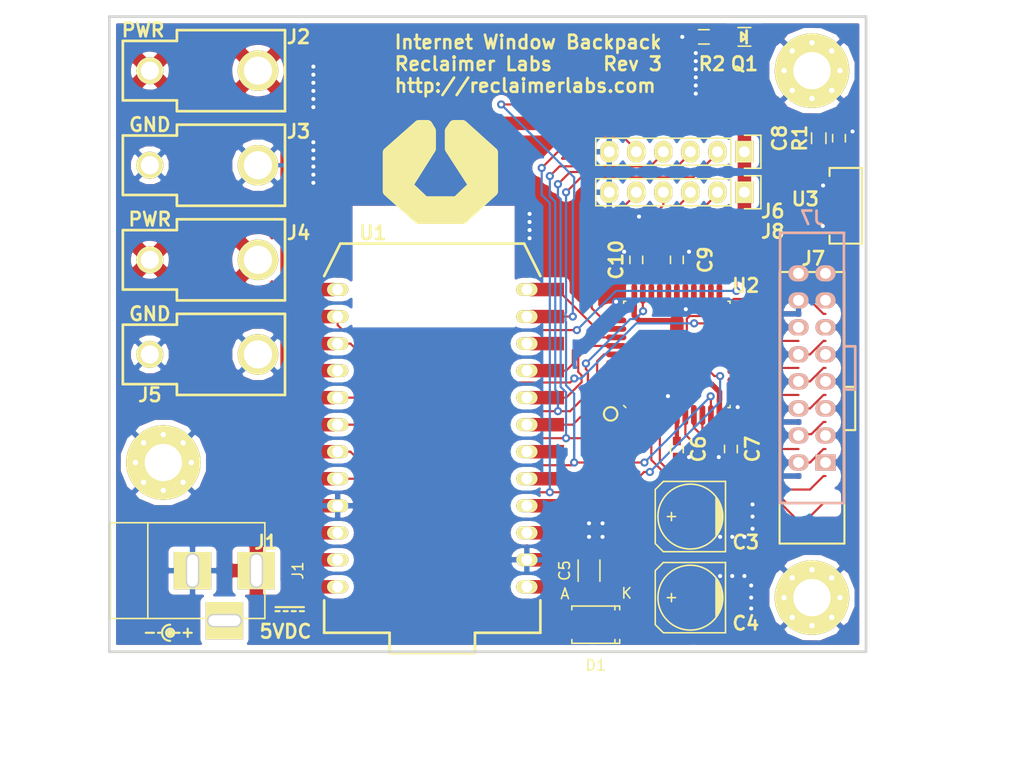
<source format=kicad_pcb>
(kicad_pcb (version 4) (host pcbnew 4.0.2-stable)
  (layers (0 F.Cu signal) (31 B.Cu signal) (34 B.Paste user) (35 F.Paste user) (36 B.SilkS user) (37 F.SilkS user) (38 B.Mask user) (39 F.Mask user) (44 Edge.Cuts user))
  (net 0 "")
  (net 1 /BUZZER_TOP)
  (net 2 /BUZZER_BOT)
  (net 3 +5V)
  (net 4 GND)
  (net 5 +3V3)
  (net 6 /PHOTON_A2)
  (net 7 /R1)
  (net 8 /OE)
  (net 9 /G1)
  (net 10 /LAT)
  (net 11 /B1)
  (net 12 /CLK)
  (net 13 /D)
  (net 14 /R2)
  (net 15 /C)
  (net 16 /G2)
  (net 17 /B)
  (net 18 /B2)
  (net 19 /A)
  (net 20 /TCK)
  (net 21 /TDI)
  (net 22 /TDO)
  (net 23 /TMS)
  (net 24 /PHOTO)
  (net 25 "Net-(U1-Pad22)")
  (net 26 /UART_TX)
  (net 27 /UART_RX)
  (net 28 /RST_CPLD)
  (net 29 "Net-(U1-Pad5)")
  (net 30 /SPI_MOSI)
  (net 31 /SPI_MISO)
  (net 32 /SPI_SCK)
  (net 33 /IRDA)
  (net 34 "Net-(U1-Pad25)")
  (net 35 "Net-(U1-Pad26)")
  (net 36 "Net-(U1-Pad27)")
  (net 37 "Net-(U1-Pad28)")
  (net 38 "Net-(U1-Pad29)")
  (net 39 "Net-(U1-Pad30)")
  (net 40 "Net-(U1-Pad31)")
  (net 41 +5VA)
  (net 42 "Net-(C8-Pad1)")
  (net 43 "Net-(J1-Pad3)")
  (net 44 /PHOTON_D3)
  (net 45 /PHOTON_RST)
  (net 46 "Net-(U2-Pad17)")
  (net 47 "Net-(U2-Pad21)")
  (net 48 "Net-(U2-Pad22)")
  (net 49 "Net-(U2-Pad24)")
  (net 50 "Net-(U2-Pad26)")
  (net 51 "Net-(U2-Pad40)")
  (net 52 "Net-(U2-Pad41)")
  (net 53 "Net-(U2-Pad42)")
  (net 54 "Net-(U2-Pad43)")
  (net 55 "Net-(U2-Pad25)")
  (net 56 /CPLD_B8)
  (net 57 /CPLD_B9)
  (net 58 /CPLD_B10)
  (net 59 /CPLD_B12)
  (net 60 "Net-(U2-Pad2)")
  (net 61 "Net-(U2-Pad44)")
  (module Reclaimer_Labs:PHOTON (layer F.Cu) (at 81.151456 96.774 90)
    (fp_text reference U1 (at 19.304 -5.586456 180) (layer F.SilkS) (effects (font (size 1.27 1.27) (thickness 0.254))))
    (fp_text value PHOTON)
    (pad 24 thru_hole oval (at -13.97 -8.89 90) (size 1.2 2) (drill 1.016) (layers *.Cu *.Mask F.SilkS) (net 5 +3V3))
    (pad 1 thru_hole oval (at -13.97 8.89 90) (size 1.2 2) (drill 1.016) (layers *.Cu *.Mask F.SilkS) (net 41 +5VA))
    (pad 23 thru_hole oval (at -11.43 -8.89 90) (size 1.2 2) (drill 1.016) (layers *.Cu *.Mask F.SilkS) (net 45 /PHOTON_RST))
    (pad 2 thru_hole oval (at -11.43 8.89 90) (size 1.2 2) (drill 1.016) (layers *.Cu *.Mask F.SilkS) (net 4 GND))
    (pad 22 thru_hole oval (at -8.89 -8.89 90) (size 1.2 2) (drill 1.016) (layers *.Cu *.Mask F.SilkS) (net 25 "Net-(U1-Pad22)"))
    (pad 3 thru_hole oval (at -8.89 8.89 90) (size 1.2 2) (drill 1.016) (layers *.Cu *.Mask F.SilkS) (net 26 /UART_TX))
    (pad 21 thru_hole oval (at -6.35 -8.89 90) (size 1.2 2) (drill 1.016) (layers *.Cu *.Mask F.SilkS) (net 4 GND))
    (pad 4 thru_hole oval (at -6.35 8.89 90) (size 1.2 2) (drill 1.016) (layers *.Cu *.Mask F.SilkS) (net 27 /UART_RX))
    (pad 20 thru_hole oval (at -3.81 -8.89 90) (size 1.2 2) (drill 1.016) (layers *.Cu *.Mask F.SilkS) (net 23 /TMS))
    (pad 5 thru_hole oval (at -3.81 8.89 90) (size 1.2 2) (drill 1.016) (layers *.Cu *.Mask F.SilkS) (net 29 "Net-(U1-Pad5)"))
    (pad 19 thru_hole oval (at -1.27 -8.89 90) (size 1.2 2) (drill 1.016) (layers *.Cu *.Mask F.SilkS) (net 20 /TCK))
    (pad 6 thru_hole oval (at -1.27 8.89 90) (size 1.2 2) (drill 1.016) (layers *.Cu *.Mask F.SilkS) (net 1 /BUZZER_TOP))
    (pad 18 thru_hole oval (at 1.27 -8.89 90) (size 1.2 2) (drill 1.016) (layers *.Cu *.Mask F.SilkS) (net 21 /TDI))
    (pad 7 thru_hole oval (at 1.27 8.89 90) (size 1.2 2) (drill 1.016) (layers *.Cu *.Mask F.SilkS) (net 30 /SPI_MOSI))
    (pad 17 thru_hole oval (at 3.81 -8.89 90) (size 1.2 2) (drill 1.016) (layers *.Cu *.Mask F.SilkS) (net 22 /TDO))
    (pad 8 thru_hole oval (at 3.81 8.89 90) (size 1.2 2) (drill 1.016) (layers *.Cu *.Mask F.SilkS) (net 31 /SPI_MISO))
    (pad 16 thru_hole oval (at 6.35 -8.89 90) (size 1.2 2) (drill 1.016) (layers *.Cu *.Mask F.SilkS) (net 44 /PHOTON_D3))
    (pad 9 thru_hole oval (at 6.35 8.89 90) (size 1.2 2) (drill 1.016) (layers *.Cu *.Mask F.SilkS) (net 32 /SPI_SCK))
    (pad 15 thru_hole oval (at 8.89 -8.89 90) (size 1.2 2) (drill 1.016) (layers *.Cu *.Mask F.SilkS) (net 8 /OE))
    (pad 10 thru_hole oval (at 8.89 8.89 90) (size 1.2 2) (drill 1.016) (layers *.Cu *.Mask F.SilkS) (net 6 /PHOTON_A2))
    (pad 14 thru_hole oval (at 11.43 -8.89 90) (size 1.2 2) (drill 1.016) (layers *.Cu *.Mask F.SilkS) (net 33 /IRDA))
    (pad 11 thru_hole oval (at 11.43 8.89 90) (size 1.2 2) (drill 1.016) (layers *.Cu *.Mask F.SilkS) (net 24 /PHOTO))
    (pad 13 thru_hole oval (at 13.97 -8.89 90) (size 1.2 2) (drill 1.016) (layers *.Cu *.Mask F.SilkS) (net 2 /BUZZER_BOT))
    (pad 12 thru_hole oval (at 13.97 8.89 90) (size 1.2 2) (drill 1.016) (layers *.Cu *.Mask F.SilkS) (net 28 /RST_CPLD))
    (pad 1 smd rect (at -13.97 10.795 90) (size 1.27 3.175) (layers F.Cu F.Paste F.Mask) (net 41 +5VA))
    (pad 2 smd rect (at -11.43 10.795 90) (size 1.27 3.175) (layers F.Cu F.Paste F.Mask) (net 4 GND))
    (pad 3 smd rect (at -8.89 10.795 90) (size 1.27 3.175) (layers F.Cu F.Paste F.Mask) (net 26 /UART_TX))
    (pad 4 smd rect (at -6.35 10.795 90) (size 1.27 3.175) (layers F.Cu F.Paste F.Mask) (net 27 /UART_RX))
    (pad 5 smd rect (at -3.81 10.795 90) (size 1.27 3.175) (layers F.Cu F.Paste F.Mask) (net 29 "Net-(U1-Pad5)"))
    (pad 6 smd rect (at -1.27 10.795 90) (size 1.27 3.175) (layers F.Cu F.Paste F.Mask) (net 1 /BUZZER_TOP))
    (pad 7 smd rect (at 1.27 10.795 90) (size 1.27 3.175) (layers F.Cu F.Paste F.Mask) (net 30 /SPI_MOSI))
    (pad 8 smd rect (at 3.81 10.795 90) (size 1.27 3.175) (layers F.Cu F.Paste F.Mask) (net 31 /SPI_MISO))
    (pad 9 smd rect (at 6.35 10.795 90) (size 1.27 3.175) (layers F.Cu F.Paste F.Mask) (net 32 /SPI_SCK))
    (pad 10 smd rect (at 8.89 10.795 90) (size 1.27 3.175) (layers F.Cu F.Paste F.Mask) (net 6 /PHOTON_A2))
    (pad 11 smd rect (at 11.43 10.795 90) (size 1.27 3.175) (layers F.Cu F.Paste F.Mask) (net 24 /PHOTO))
    (pad 12 smd rect (at 13.97 10.795 90) (size 1.27 3.175) (layers F.Cu F.Paste F.Mask) (net 28 /RST_CPLD))
    (pad 13 smd rect (at 13.97 -10.795 90) (size 1.27 3.175) (layers F.Cu F.Paste F.Mask) (net 2 /BUZZER_BOT))
    (pad 14 smd rect (at 11.43 -10.795 90) (size 1.27 3.175) (layers F.Cu F.Paste F.Mask) (net 33 /IRDA))
    (pad 15 smd rect (at 8.89 -10.795 90) (size 1.27 3.175) (layers F.Cu F.Paste F.Mask) (net 8 /OE))
    (pad 16 smd rect (at 6.35 -10.795 90) (size 1.27 3.175) (layers F.Cu F.Paste F.Mask) (net 44 /PHOTON_D3))
    (pad 17 smd rect (at 3.81 -10.795 90) (size 1.27 3.175) (layers F.Cu F.Paste F.Mask) (net 22 /TDO))
    (pad 18 smd rect (at 1.27 -10.795 90) (size 1.27 3.175) (layers F.Cu F.Paste F.Mask) (net 21 /TDI))
    (pad 19 smd rect (at -1.27 -10.795 90) (size 1.27 3.175) (layers F.Cu F.Paste F.Mask) (net 20 /TCK))
    (pad 20 smd rect (at -3.81 -10.795 90) (size 1.27 3.175) (layers F.Cu F.Paste F.Mask) (net 23 /TMS))
    (pad 21 smd rect (at -6.35 -10.795 90) (size 1.27 3.175) (layers F.Cu F.Paste F.Mask) (net 4 GND))
    (pad 22 smd rect (at -8.89 -10.795 90) (size 1.27 3.175) (layers F.Cu F.Paste F.Mask) (net 25 "Net-(U1-Pad22)"))
    (pad 23 smd rect (at -11.43 -10.795 90) (size 1.27 3.175) (layers F.Cu F.Paste F.Mask) (net 45 /PHOTON_RST))
    (pad 24 smd rect (at -13.97 -10.795 90) (size 1.27 3.175) (layers F.Cu F.Paste F.Mask) (net 5 +3V3))
    (pad 25 smd rect (at -13.97 6.35 90) (size 1.778 1.778) (layers F.Cu F.Paste F.Mask) (net 34 "Net-(U1-Pad25)"))
    (pad 26 smd rect (at -6.35 6.35 90) (size 1.778 1.778) (layers F.Cu F.Paste F.Mask) (net 35 "Net-(U1-Pad26)"))
    (pad 27 smd rect (at 3.81 6.35 90) (size 1.143 1.143) (layers F.Cu F.Paste F.Mask) (net 36 "Net-(U1-Pad27)"))
    (pad 28 smd rect (at -11.43 -6.35 90) (size 1.143 1.143) (layers F.Cu F.Paste F.Mask) (net 37 "Net-(U1-Pad28)"))
    (pad 29 smd rect (at -13.97 -6.35 90) (size 1.143 1.143) (layers F.Cu F.Paste F.Mask) (net 38 "Net-(U1-Pad29)"))
    (pad 30 smd rect (at -16.764 -1.016 90) (size 1.778 1.524) (layers F.Cu F.Paste F.Mask) (net 39 "Net-(U1-Pad30)"))
    (pad 31 smd rect (at -16.764 1.016 90) (size 1.778 1.524) (layers F.Cu F.Paste F.Mask) (net 40 "Net-(U1-Pad31)"))
  )
  (module Reclaimer_Labs:Reclaimer_Labs2 (layer F.Cu) (at 81.915 71.755)
    (fp_text reference G*** hide)
    (fp_text value LOGO hide)
  )
  (module Capacitors_SMD:c_elec_6.3x5.7 (layer F.Cu) (at 105.41 111.76 180)
    (fp_text reference C4 (at -5.207 -2.413 180) (layer F.SilkS) (effects (font (size 1.27 1.27) (thickness 0.254))))
    (fp_text value 100uF)
    (pad 1 smd rect (at 2.75082 0 180) (size 3.59918 1.6002) (layers F.Cu F.Paste F.Mask) (net 41 +5VA))
    (pad 2 smd rect (at -2.75082 0 180) (size 3.59918 1.6002) (layers F.Cu F.Paste F.Mask) (net 4 GND))
  )
  (module Capacitors_SMD:c_elec_6.3x5.7 (layer F.Cu) (at 105.41 104.14 180)
    (fp_text reference C3 (at -5.207 -2.413 180) (layer F.SilkS) (effects (font (size 1.27 1.27) (thickness 0.254))))
    (fp_text value 100uF)
    (pad 1 smd rect (at 2.75082 0 180) (size 3.59918 1.6002) (layers F.Cu F.Paste F.Mask) (net 41 +5VA))
    (pad 2 smd rect (at -2.75082 0 180) (size 3.59918 1.6002) (layers F.Cu F.Paste F.Mask) (net 4 GND))
  )
  (module Capacitors_SMD:C_0603 (layer F.Cu) (at 104.14 97.79 270)
    (fp_text reference C6 (at 0 -2.032 270) (layer F.SilkS) (effects (font (size 1.27 1.27) (thickness 0.254))))
    (fp_text value 0.1uF)
    (pad 1 smd rect (at -0.75 0 270) (size 0.8 0.75) (layers F.Cu F.Paste F.Mask) (net 5 +3V3))
    (pad 2 smd rect (at 0.75 0 270) (size 0.8 0.75) (layers F.Cu F.Paste F.Mask) (net 4 GND))
  )
  (module Capacitors_SMD:C_0603 (layer F.Cu) (at 109.22 97.79 270)
    (fp_text reference C7 (at 0 -2.032 270) (layer F.SilkS) (effects (font (size 1.27 1.27) (thickness 0.254))))
    (fp_text value 0.1uF)
    (pad 1 smd rect (at -0.75 0 270) (size 0.8 0.75) (layers F.Cu F.Paste F.Mask) (net 5 +3V3))
    (pad 2 smd rect (at 0.75 0 270) (size 0.8 0.75) (layers F.Cu F.Paste F.Mask) (net 4 GND))
  )
  (module Capacitors_SMD:C_0603 (layer F.Cu) (at 119.38 68.58 90)
    (fp_text reference C8 (at 0 -5.588 90) (layer F.SilkS) (effects (font (size 1.27 1.27) (thickness 0.254))))
    (fp_text value 0.1uF)
    (pad 1 smd rect (at -0.75 0 90) (size 0.8 0.75) (layers F.Cu F.Paste F.Mask) (net 42 "Net-(C8-Pad1)"))
    (pad 2 smd rect (at 0.75 0 90) (size 0.8 0.75) (layers F.Cu F.Paste F.Mask) (net 4 GND))
  )
  (module Capacitors_SMD:C_0603 (layer F.Cu) (at 104.14 80.01 90)
    (fp_text reference C9 (at 0 2.667 90) (layer F.SilkS) (effects (font (size 1.27 1.27) (thickness 0.254))))
    (fp_text value 0.1uF)
    (pad 1 smd rect (at -0.75 0 90) (size 0.8 0.75) (layers F.Cu F.Paste F.Mask) (net 5 +3V3))
    (pad 2 smd rect (at 0.75 0 90) (size 0.8 0.75) (layers F.Cu F.Paste F.Mask) (net 4 GND))
  )
  (module Capacitors_SMD:C_0603 (layer F.Cu) (at 100.33 80.01 90)
    (fp_text reference C10 (at 0 -1.9 90) (layer F.SilkS) (effects (font (size 1.27 1.27) (thickness 0.254))))
    (fp_text value 0.1uF)
    (pad 1 smd rect (at -0.75 0 90) (size 0.8 0.75) (layers F.Cu F.Paste F.Mask) (net 5 +3V3))
    (pad 2 smd rect (at 0.75 0 90) (size 0.8 0.75) (layers F.Cu F.Paste F.Mask) (net 4 GND))
  )
  (module Reclaimer_Labs:3547 (layer F.Cu) (at 59.69 62.23)
    (fp_text reference J2 (at 8.89 -3.175) (layer F.SilkS) (effects (font (size 1.27 1.27) (thickness 0.254))))
    (fp_text value CONN_01X01)
    (pad 1 thru_hole circle (at -5.08 0) (size 2.54 2.54) (drill 1.7018) (layers *.Cu *.Mask F.SilkS) (net 3 +5V))
    (pad 1 thru_hole circle (at 5.08 0) (size 3.81 3.81) (drill 2.6416) (layers *.Cu *.Mask F.SilkS) (net 3 +5V))
  )
  (module Reclaimer_Labs:3547 (layer F.Cu) (at 59.69 71.12)
    (fp_text reference J3 (at 8.89 -3.175) (layer F.SilkS) (effects (font (size 1.27 1.27) (thickness 0.254))))
    (fp_text value CONN_01X01)
    (pad 1 thru_hole circle (at -5.08 0) (size 2.54 2.54) (drill 1.7018) (layers *.Cu *.Mask F.SilkS) (net 4 GND))
    (pad 1 thru_hole circle (at 5.08 0) (size 3.81 3.81) (drill 2.6416) (layers *.Cu *.Mask F.SilkS) (net 4 GND))
  )
  (module Reclaimer_Labs:3547 (layer F.Cu) (at 59.69 80.01)
    (fp_text reference J4 (at 8.89 -2.54) (layer F.SilkS) (effects (font (size 1.27 1.27) (thickness 0.254))))
    (fp_text value CONN_01X01)
    (pad 1 thru_hole circle (at -5.08 0) (size 2.54 2.54) (drill 1.7018) (layers *.Cu *.Mask F.SilkS) (net 3 +5V))
    (pad 1 thru_hole circle (at 5.08 0) (size 3.81 3.81) (drill 2.6416) (layers *.Cu *.Mask F.SilkS) (net 3 +5V))
  )
  (module Reclaimer_Labs:3547 (layer F.Cu) (at 59.69 88.9)
    (fp_text reference J5 (at -5.08 3.81) (layer F.SilkS) (effects (font (size 1.27 1.27) (thickness 0.254))))
    (fp_text value CONN_01X01)
    (pad 1 thru_hole circle (at -5.08 0) (size 2.54 2.54) (drill 1.7018) (layers *.Cu *.Mask F.SilkS) (net 4 GND))
    (pad 1 thru_hole circle (at 5.08 0) (size 3.81 3.81) (drill 2.6416) (layers *.Cu *.Mask F.SilkS) (net 4 GND))
  )
  (module Reclaimer_Labs:Photo_Trans_0805 (layer F.Cu) (at 110.49 59.055)
    (fp_text reference Q1 (at 0 2.54) (layer F.SilkS) (effects (font (size 1.27 1.27) (thickness 0.254))))
    (fp_text value Photo_Trans)
    (pad E smd rect (at -0.95 0) (size 0.7 1.3) (layers F.Cu F.Paste F.Mask) (net 24 /PHOTO))
    (pad C smd rect (at 0.95 0) (size 0.7 1.3) (layers F.Cu F.Paste F.Mask) (net 5 +3V3))
  )
  (module Resistors_SMD:R_0603 (layer F.Cu) (at 117.475 68.58 270)
    (fp_text reference R1 (at 0 1.778 270) (layer F.SilkS) (effects (font (size 1.27 1.27) (thickness 0.254))))
    (fp_text value 100R)
    (pad 1 smd rect (at -0.75 0 270) (size 0.5 0.9) (layers F.Cu F.Paste F.Mask) (net 5 +3V3))
    (pad 2 smd rect (at 0.75 0 270) (size 0.5 0.9) (layers F.Cu F.Paste F.Mask) (net 42 "Net-(C8-Pad1)"))
  )
  (module Resistors_SMD:R_0603 (layer F.Cu) (at 106.68 59.055 180)
    (fp_text reference R2 (at -0.762 -2.54 360) (layer F.SilkS) (effects (font (size 1.27 1.27) (thickness 0.254))))
    (fp_text value 10k)
    (pad 1 smd rect (at -0.75 0 180) (size 0.5 0.9) (layers F.Cu F.Paste F.Mask) (net 24 /PHOTO))
    (pad 2 smd rect (at 0.75 0 180) (size 0.5 0.9) (layers F.Cu F.Paste F.Mask) (net 4 GND))
  )
  (module Reclaimer_Labs:QFP_44 (layer F.Cu) (at 104.14 88.9 90)
    (fp_text reference U2 (at 6.477 6.477 180) (layer F.SilkS) (effects (font (size 1.27 1.27) (thickness 0.254))))
    (fp_text value LC4032V-44TQFP)
    (pad 1 smd oval (at -5.7 -4 180) (size 0.54 1.9) (layers F.Cu F.Paste F.Mask) (net 21 /TDI))
    (pad 2 smd oval (at -5.7 -3.2 180) (size 0.54 1.9) (layers F.Cu F.Paste F.Mask) (net 60 "Net-(U2-Pad2)"))
    (pad 3 smd oval (at -5.7 -2.4 180) (size 0.54 1.9) (layers F.Cu F.Paste F.Mask) (net 7 /R1))
    (pad 4 smd oval (at -5.7 -1.6 180) (size 0.54 1.9) (layers F.Cu F.Paste F.Mask) (net 9 /G1))
    (pad 5 smd oval (at -5.7 -0.8 180) (size 0.54 1.9) (layers F.Cu F.Paste F.Mask) (net 4 GND))
    (pad 6 smd oval (at -5.7 0 180) (size 0.54 1.9) (layers F.Cu F.Paste F.Mask) (net 5 +3V3))
    (pad 7 smd oval (at -5.7 0.8 180) (size 0.54 1.9) (layers F.Cu F.Paste F.Mask) (net 11 /B1))
    (pad 8 smd oval (at -5.7 1.6 180) (size 0.54 1.9) (layers F.Cu F.Paste F.Mask) (net 14 /R2))
    (pad 9 smd oval (at -5.7 2.4 180) (size 0.54 1.9) (layers F.Cu F.Paste F.Mask) (net 16 /G2))
    (pad 10 smd oval (at -5.7 3.2 180) (size 0.54 1.9) (layers F.Cu F.Paste F.Mask) (net 20 /TCK))
    (pad 11 smd oval (at -5.7 4 180) (size 0.54 1.9) (layers F.Cu F.Paste F.Mask) (net 5 +3V3))
    (pad 12 smd oval (at -4 5.7 90) (size 0.54 1.9) (layers F.Cu F.Paste F.Mask) (net 4 GND))
    (pad 13 smd oval (at -3.2 5.7 90) (size 0.54 1.9) (layers F.Cu F.Paste F.Mask) (net 18 /B2))
    (pad 14 smd oval (at -2.4 5.7 90) (size 0.54 1.9) (layers F.Cu F.Paste F.Mask) (net 19 /A))
    (pad 15 smd oval (at -1.6 5.7 90) (size 0.54 1.9) (layers F.Cu F.Paste F.Mask) (net 17 /B))
    (pad 16 smd oval (at -0.8 5.7 90) (size 0.54 1.9) (layers F.Cu F.Paste F.Mask) (net 15 /C))
    (pad 17 smd oval (at 0 5.7 90) (size 0.54 1.9) (layers F.Cu F.Paste F.Mask) (net 46 "Net-(U2-Pad17)"))
    (pad 18 smd oval (at 0.8 5.7 90) (size 0.54 1.9) (layers F.Cu F.Paste F.Mask) (net 13 /D))
    (pad 19 smd oval (at 1.6 5.7 90) (size 0.54 1.9) (layers F.Cu F.Paste F.Mask) (net 12 /CLK))
    (pad 20 smd oval (at 2.4 5.7 90) (size 0.54 1.9) (layers F.Cu F.Paste F.Mask) (net 10 /LAT))
    (pad 21 smd oval (at 3.2 5.7 90) (size 0.54 1.9) (layers F.Cu F.Paste F.Mask) (net 47 "Net-(U2-Pad21)"))
    (pad 22 smd oval (at 4 5.7 90) (size 0.54 1.9) (layers F.Cu F.Paste F.Mask) (net 48 "Net-(U2-Pad22)"))
    (pad 23 smd oval (at 5.7 4 180) (size 0.54 1.9) (layers F.Cu F.Paste F.Mask) (net 23 /TMS))
    (pad 24 smd oval (at 5.7 3.2 180) (size 0.54 1.9) (layers F.Cu F.Paste F.Mask) (net 49 "Net-(U2-Pad24)"))
    (pad 25 smd oval (at 5.7 2.4 180) (size 0.54 1.9) (layers F.Cu F.Paste F.Mask) (net 55 "Net-(U2-Pad25)"))
    (pad 26 smd oval (at 5.7 1.6 180) (size 0.54 1.9) (layers F.Cu F.Paste F.Mask) (net 50 "Net-(U2-Pad26)"))
    (pad 27 smd oval (at 5.7 0.8 180) (size 0.54 1.9) (layers F.Cu F.Paste F.Mask) (net 4 GND))
    (pad 28 smd oval (at 5.7 0 180) (size 0.54 1.9) (layers F.Cu F.Paste F.Mask) (net 5 +3V3))
    (pad 29 smd oval (at 5.7 -0.8 180) (size 0.54 1.9) (layers F.Cu F.Paste F.Mask) (net 56 /CPLD_B8))
    (pad 30 smd oval (at 5.7 -1.6 180) (size 0.54 1.9) (layers F.Cu F.Paste F.Mask) (net 57 /CPLD_B9))
    (pad 31 smd oval (at 5.7 -2.4 180) (size 0.54 1.9) (layers F.Cu F.Paste F.Mask) (net 58 /CPLD_B10))
    (pad 32 smd oval (at 5.7 -3.2 180) (size 0.54 1.9) (layers F.Cu F.Paste F.Mask) (net 22 /TDO))
    (pad 33 smd oval (at 5.7 -4 180) (size 0.54 1.9) (layers F.Cu F.Paste F.Mask) (net 5 +3V3))
    (pad 34 smd oval (at 4 -5.7 90) (size 0.54 1.9) (layers F.Cu F.Paste F.Mask) (net 4 GND))
    (pad 35 smd oval (at 3.2 -5.7 90) (size 0.54 1.9) (layers F.Cu F.Paste F.Mask) (net 59 /CPLD_B12))
    (pad 36 smd oval (at 2.4 -5.7 90) (size 0.54 1.9) (layers F.Cu F.Paste F.Mask) (net 28 /RST_CPLD))
    (pad 37 smd oval (at 1.6 -5.7 90) (size 0.54 1.9) (layers F.Cu F.Paste F.Mask) (net 32 /SPI_SCK))
    (pad 38 smd oval (at 0.8 -5.7 90) (size 0.54 1.9) (layers F.Cu F.Paste F.Mask) (net 31 /SPI_MISO))
    (pad 39 smd oval (at 0 -5.7 90) (size 0.54 1.9) (layers F.Cu F.Paste F.Mask) (net 30 /SPI_MOSI))
    (pad 40 smd oval (at -0.8 -5.7 90) (size 0.54 1.9) (layers F.Cu F.Paste F.Mask) (net 51 "Net-(U2-Pad40)"))
    (pad 41 smd oval (at -1.6 -5.7 90) (size 0.54 1.9) (layers F.Cu F.Paste F.Mask) (net 52 "Net-(U2-Pad41)"))
    (pad 42 smd oval (at -2.4 -5.7 90) (size 0.54 1.9) (layers F.Cu F.Paste F.Mask) (net 53 "Net-(U2-Pad42)"))
    (pad 43 smd oval (at -3.2 -5.7 90) (size 0.54 1.9) (layers F.Cu F.Paste F.Mask) (net 54 "Net-(U2-Pad43)"))
    (pad 44 smd oval (at -4 -5.7 90) (size 0.54 1.9) (layers F.Cu F.Paste F.Mask) (net 61 "Net-(U2-Pad44)"))
  )
  (module Reclaimer_Labs:TSOP75238TT (layer F.Cu) (at 120.015 74.93 270)
    (fp_text reference U3 (at -0.635 3.81 360) (layer F.SilkS) (effects (font (size 1.27 1.27) (thickness 0.254))))
    (fp_text value TSSP77P38TTR)
    (pad 1 smd rect (at -1.905 0.6 270) (size 0.8 1.8) (layers F.Cu F.Paste F.Mask) (net 4 GND))
    (pad 2 smd rect (at -0.635 0.6 270) (size 0.8 1.8) (layers F.Cu F.Paste F.Mask) (net 42 "Net-(C8-Pad1)"))
    (pad 3 smd rect (at 0.635 0.6 270) (size 0.8 1.8) (layers F.Cu F.Paste F.Mask) (net 33 /IRDA))
    (pad 4 smd rect (at 1.905 0.6 270) (size 0.8 1.8) (layers F.Cu F.Paste F.Mask) (net 4 GND))
  )
  (module Socket_Strips:Socket_Strip_Straight_1x06 (layer F.Cu) (at 110.49 69.85 180)
    (fp_text reference J6 (at -2.667 -5.588 180) (layer F.SilkS) (effects (font (size 1.27 1.27) (thickness 0.254))))
    (fp_text value CONN_01X06)
    (pad 1 thru_hole rect (at 0 0 180) (size 1.7272 2.032) (drill 1.016) (layers *.Cu *.Mask F.SilkS) (net 5 +3V3))
    (pad 2 thru_hole oval (at 2.54 0 180) (size 1.7272 2.032) (drill 1.016) (layers *.Cu *.Mask F.SilkS) (net 20 /TCK))
    (pad 3 thru_hole oval (at 5.08 0 180) (size 1.7272 2.032) (drill 1.016) (layers *.Cu *.Mask F.SilkS) (net 21 /TDI))
    (pad 4 thru_hole oval (at 7.62 0 180) (size 1.7272 2.032) (drill 1.016) (layers *.Cu *.Mask F.SilkS) (net 22 /TDO))
    (pad 5 thru_hole oval (at 10.16 0 180) (size 1.7272 2.032) (drill 1.016) (layers *.Cu *.Mask F.SilkS) (net 23 /TMS))
    (pad 6 thru_hole oval (at 12.7 0 180) (size 1.7272 2.032) (drill 1.016) (layers *.Cu *.Mask F.SilkS) (net 4 GND))
  )
  (module Socket_Strips:Socket_Strip_Straight_1x06 (layer F.Cu) (at 110.49 73.66 180)
    (fp_text reference J8 (at -2.667 -3.683 180) (layer F.SilkS) (effects (font (size 1.27 1.27) (thickness 0.254))))
    (fp_text value CONN_01X06)
    (pad 1 thru_hole rect (at 0 0 180) (size 1.7272 2.032) (drill 1.016) (layers *.Cu *.Mask F.SilkS) (net 5 +3V3))
    (pad 2 thru_hole oval (at 2.54 0 180) (size 1.7272 2.032) (drill 1.016) (layers *.Cu *.Mask F.SilkS) (net 56 /CPLD_B8))
    (pad 3 thru_hole oval (at 5.08 0 180) (size 1.7272 2.032) (drill 1.016) (layers *.Cu *.Mask F.SilkS) (net 57 /CPLD_B9))
    (pad 4 thru_hole oval (at 7.62 0 180) (size 1.7272 2.032) (drill 1.016) (layers *.Cu *.Mask F.SilkS) (net 58 /CPLD_B10))
    (pad 5 thru_hole oval (at 10.16 0 180) (size 1.7272 2.032) (drill 1.016) (layers *.Cu *.Mask F.SilkS) (net 59 /CPLD_B12))
    (pad 6 thru_hole oval (at 12.7 0 180) (size 1.7272 2.032) (drill 1.016) (layers *.Cu *.Mask F.SilkS) (net 4 GND))
  )
  (module Reclaimer_Labs:HEADER_THRU_02x08_POL (layer B.Cu) (at 116.84 90.17 270)
    (fp_text reference J7 (at -14.097 0 540) (layer B.SilkS) (effects (font (size 1.27 1.27) (thickness 0.254)) (justify mirror)))
    (fp_text value CONN_02X08)
    (pad 16 thru_hole oval (at -8.89 1.27 270) (size 1.524 1.905) (drill 1.016) (layers *.Cu *.Mask B.SilkS) (net 4 GND))
    (pad 15 thru_hole oval (at -8.89 -1.27 270) (size 1.524 1.905) (drill 1.016) (layers *.Cu *.Mask B.SilkS) (net 8 /OE))
    (pad 14 thru_hole oval (at -6.35 1.27 270) (size 1.524 1.905) (drill 1.016) (layers *.Cu *.Mask B.SilkS) (net 10 /LAT))
    (pad 13 thru_hole oval (at -6.35 -1.27 270) (size 1.524 1.905) (drill 1.016) (layers *.Cu *.Mask B.SilkS) (net 12 /CLK))
    (pad 12 thru_hole oval (at -3.81 1.27 270) (size 1.524 1.905) (drill 1.016) (layers *.Cu *.Mask B.SilkS) (net 13 /D))
    (pad 11 thru_hole oval (at -3.81 -1.27 270) (size 1.524 1.905) (drill 1.016) (layers *.Cu *.Mask B.SilkS) (net 15 /C))
    (pad 10 thru_hole oval (at -1.27 1.27 270) (size 1.524 1.905) (drill 1.016) (layers *.Cu *.Mask B.SilkS) (net 17 /B))
    (pad 9 thru_hole oval (at -1.27 -1.27 270) (size 1.524 1.905) (drill 1.016) (layers *.Cu *.Mask B.SilkS) (net 19 /A))
    (pad 8 thru_hole oval (at 1.27 1.27 270) (size 1.524 1.905) (drill 1.016) (layers *.Cu *.Mask B.SilkS) (net 4 GND))
    (pad 7 thru_hole oval (at 1.27 -1.27 270) (size 1.524 1.905) (drill 1.016) (layers *.Cu *.Mask B.SilkS) (net 18 /B2))
    (pad 6 thru_hole oval (at 3.81 1.27 270) (size 1.524 1.905) (drill 1.016) (layers *.Cu *.Mask B.SilkS) (net 16 /G2))
    (pad 5 thru_hole oval (at 3.81 -1.27 270) (size 1.524 1.905) (drill 1.016) (layers *.Cu *.Mask B.SilkS) (net 14 /R2))
    (pad 4 thru_hole oval (at 6.35 1.27 270) (size 1.524 1.905) (drill 1.016) (layers *.Cu *.Mask B.SilkS) (net 4 GND))
    (pad 3 thru_hole oval (at 6.35 -1.27 270) (size 1.524 1.905) (drill 1.016) (layers *.Cu *.Mask B.SilkS) (net 11 /B1))
    (pad 2 thru_hole oval (at 8.89 1.27 270) (size 1.524 1.905) (drill 1.016) (layers *.Cu *.Mask B.SilkS) (net 9 /G1))
    (pad 1 thru_hole rect (at 8.89 -1.27 270) (size 1.524 1.905) (drill 1.016) (layers *.Cu *.Mask B.SilkS) (net 7 /R1))
  )
  (module Reclaimer_Labs:MountingHole_3.5mm_Pad_Via (layer F.Cu) (at 116.84 62.23)
    (fp_text reference X3 hide)
    (fp_text value MTHOLE)
    (pad 1 thru_hole circle (at 0 0) (size 7 7) (drill 3.5) (layers *.Cu *.Mask F.SilkS) (net 4 GND))
    (pad 1 thru_hole circle (at 2.625 0) (size 0.6 0.6) (drill 0.5) (layers *.Cu *.Mask) (net 4 GND))
    (pad 1 thru_hole circle (at 1.856155 1.856155) (size 0.6 0.6) (drill 0.5) (layers *.Cu *.Mask) (net 4 GND))
    (pad 1 thru_hole circle (at 0 2.625) (size 0.6 0.6) (drill 0.5) (layers *.Cu *.Mask) (net 4 GND))
    (pad 1 thru_hole circle (at -1.856155 1.856155) (size 0.6 0.6) (drill 0.5) (layers *.Cu *.Mask) (net 4 GND))
    (pad 1 thru_hole circle (at -2.625 0) (size 0.6 0.6) (drill 0.5) (layers *.Cu *.Mask) (net 4 GND))
    (pad 1 thru_hole circle (at -1.856155 -1.856155) (size 0.6 0.6) (drill 0.5) (layers *.Cu *.Mask) (net 4 GND))
    (pad 1 thru_hole circle (at 0 -2.625) (size 0.6 0.6) (drill 0.5) (layers *.Cu *.Mask) (net 4 GND))
    (pad 1 thru_hole circle (at 1.856155 -1.856155) (size 0.6 0.6) (drill 0.5) (layers *.Cu *.Mask) (net 4 GND))
  )
  (module Reclaimer_Labs:MountingHole_3.5mm_Pad_Via (layer F.Cu) (at 55.88 99.06)
    (fp_text reference X1 hide)
    (fp_text value MTHOLE)
    (pad 1 thru_hole circle (at 0 0) (size 7 7) (drill 3.5) (layers *.Cu *.Mask F.SilkS) (net 4 GND))
    (pad 1 thru_hole circle (at 2.625 0) (size 0.6 0.6) (drill 0.5) (layers *.Cu *.Mask) (net 4 GND))
    (pad 1 thru_hole circle (at 1.856155 1.856155) (size 0.6 0.6) (drill 0.5) (layers *.Cu *.Mask) (net 4 GND))
    (pad 1 thru_hole circle (at 0 2.625) (size 0.6 0.6) (drill 0.5) (layers *.Cu *.Mask) (net 4 GND))
    (pad 1 thru_hole circle (at -1.856155 1.856155) (size 0.6 0.6) (drill 0.5) (layers *.Cu *.Mask) (net 4 GND))
    (pad 1 thru_hole circle (at -2.625 0) (size 0.6 0.6) (drill 0.5) (layers *.Cu *.Mask) (net 4 GND))
    (pad 1 thru_hole circle (at -1.856155 -1.856155) (size 0.6 0.6) (drill 0.5) (layers *.Cu *.Mask) (net 4 GND))
    (pad 1 thru_hole circle (at 0 -2.625) (size 0.6 0.6) (drill 0.5) (layers *.Cu *.Mask) (net 4 GND))
    (pad 1 thru_hole circle (at 1.856155 -1.856155) (size 0.6 0.6) (drill 0.5) (layers *.Cu *.Mask) (net 4 GND))
  )
  (module Reclaimer_Labs:MountingHole_3.5mm_Pad_Via (layer F.Cu) (at 116.84 111.76)
    (fp_text reference X2 hide)
    (fp_text value MTHOLE)
    (pad 1 thru_hole circle (at 0 0) (size 7 7) (drill 3.5) (layers *.Cu *.Mask F.SilkS) (net 4 GND))
    (pad 1 thru_hole circle (at 2.625 0) (size 0.6 0.6) (drill 0.5) (layers *.Cu *.Mask) (net 4 GND))
    (pad 1 thru_hole circle (at 1.856155 1.856155) (size 0.6 0.6) (drill 0.5) (layers *.Cu *.Mask) (net 4 GND))
    (pad 1 thru_hole circle (at 0 2.625) (size 0.6 0.6) (drill 0.5) (layers *.Cu *.Mask) (net 4 GND))
    (pad 1 thru_hole circle (at -1.856155 1.856155) (size 0.6 0.6) (drill 0.5) (layers *.Cu *.Mask) (net 4 GND))
    (pad 1 thru_hole circle (at -2.625 0) (size 0.6 0.6) (drill 0.5) (layers *.Cu *.Mask) (net 4 GND))
    (pad 1 thru_hole circle (at -1.856155 -1.856155) (size 0.6 0.6) (drill 0.5) (layers *.Cu *.Mask) (net 4 GND))
    (pad 1 thru_hole circle (at 0 -2.625) (size 0.6 0.6) (drill 0.5) (layers *.Cu *.Mask) (net 4 GND))
    (pad 1 thru_hole circle (at 1.856155 -1.856155) (size 0.6 0.6) (drill 0.5) (layers *.Cu *.Mask) (net 4 GND))
  )
  (module Capacitors_SMD:C_1206 (layer F.Cu) (at 95.885 109.22 90)
    (fp_text reference C5 (at 0 -2.3 90) (layer F.SilkS))
    (fp_text value 10uF)
    (pad 1 smd rect (at -1.5 0 90) (size 1 1.6) (layers F.Cu F.Paste F.Mask) (net 41 +5VA))
    (pad 2 smd rect (at 1.5 0 90) (size 1 1.6) (layers F.Cu F.Paste F.Mask) (net 4 GND))
  )
  (module Reclaimer_Labs:SMA (layer F.Cu) (at 96.52 114.3 180)
    (fp_text reference D1 (at 0 -3.81 180) (layer F.SilkS))
    (fp_text value D_Schottky)
    (fp_text user K (at -2.9 2.95 180) (layer F.SilkS))
    (fp_text user A (at 2.9 2.9 180) (layer F.SilkS))
    (pad 1 smd rect (at -1.99898 0 180) (size 2.49936 1.80086) (layers F.Cu F.Paste F.Mask) (net 41 +5VA))
    (pad 2 smd rect (at 1.99898 0 180) (size 2.49936 1.80086) (layers F.Cu F.Paste F.Mask) (net 3 +5V))
  )
  (module Reclaimer_Labs:BARREL_JACK_PJ_202AH_Slots (layer F.Cu) (at 58.42 109.22)
    (fp_text reference J1 (at 10.09904 0 90) (layer F.SilkS))
    (fp_text value BARREL_JACK)
    (pad 1 thru_hole rect (at 6.20014 0) (size 3.50012 3.50012) (drill oval 1.00076 2.99974) (layers *.Cu *.Mask F.SilkS) (net 3 +5V))
    (pad 2 thru_hole rect (at 0.20066 0 180) (size 3.50012 3.50012) (drill oval 1.00076 2.99974) (layers *.Cu *.Mask F.SilkS) (net 4 GND))
    (pad 3 thru_hole rect (at 3.2004 4.699) (size 3.50012 3.50012) (drill oval 2.99974 1.00076) (layers *.Cu *.Mask F.SilkS) (net 43 "Net-(J1-Pad3)"))
  )
  (gr_arc (start 62.6364 113.919) (end 62.6364 113.411) (angle 180) (layer Edge.Cuts) (width 0.254))
  (gr_arc (start 60.6044 113.919) (end 60.6044 114.427) (angle 180) (layer Edge.Cuts) (width 0.254))
  (gr_line (start 62.6364 113.411) (end 60.6044 113.411) (layer Edge.Cuts) (width 0.254))
  (gr_line (start 62.6364 114.427) (end 60.6044 114.427) (layer Edge.Cuts) (width 0.254))
  (gr_arc (start 64.6176 110.236) (end 65.1256 110.236) (angle 180) (layer Edge.Cuts) (width 0.254))
  (gr_arc (start 64.6176 108.204) (end 64.1096 108.204) (angle 180) (layer Edge.Cuts) (width 0.254))
  (gr_line (start 65.1256 110.236) (end 65.1256 108.204) (layer Edge.Cuts) (width 0.254))
  (gr_line (start 64.1096 110.236) (end 64.1096 108.204) (layer Edge.Cuts) (width 0.254))
  (gr_arc (start 58.6232 110.236) (end 59.1312 110.236) (angle 180) (layer Edge.Cuts) (width 0.254))
  (gr_arc (start 58.6232 108.204) (end 58.1152 108.204) (angle 180) (layer Edge.Cuts) (width 0.254))
  (gr_line (start 59.1312 110.236) (end 59.1312 108.204) (layer Edge.Cuts) (width 0.254))
  (gr_line (start 58.1152 110.236) (end 58.1152 108.204) (layer Edge.Cuts) (width 0.254))
  (gr_line (start 118.491 78.486) (end 118.491 77.724) (layer F.SilkS) (width 0.2))
  (gr_line (start 121.539 78.486) (end 118.491 78.486) (layer F.SilkS) (width 0.2))
  (gr_line (start 121.539 71.374) (end 121.539 78.486) (layer F.SilkS) (width 0.2))
  (gr_line (start 118.491 71.374) (end 121.539 71.374) (layer F.SilkS) (width 0.2))
  (gr_line (start 118.491 72.136) (end 118.491 71.374) (layer F.SilkS) (width 0.2))
  (gr_line (start 120.904 96.012) (end 119.888 96.012) (layer F.SilkS) (width 0.2))
  (gr_line (start 120.904 91.948) (end 120.904 96.012) (layer F.SilkS) (width 0.2))
  (gr_line (start 119.888 91.948) (end 120.904 91.948) (layer F.SilkS) (width 0.2))
  (gr_line (start 119.888 106.68) (end 113.792 106.68) (layer F.SilkS) (width 0.2))
  (gr_line (start 119.888 81.153) (end 119.888 106.68) (layer F.SilkS) (width 0.2))
  (gr_line (start 113.792 81.153) (end 119.888 81.153) (layer F.SilkS) (width 0.2))
  (gr_line (start 113.792 106.68) (end 113.792 81.153) (layer F.SilkS) (width 0.2))
  (gr_text J1 (at 65.532 106.553) (layer F.SilkS) (effects (font (size 1.27 1.27) (thickness 0.254))))
  (gr_text J7 (at 116.967 79.883) (layer F.SilkS) (effects (font (size 1.27 1.27) (thickness 0.254))))
  (gr_circle (center 97.917 94.488) (end 98.552 94.488) (layer F.SilkS) (width 0.2))
  (gr_text PWR (at 53.975 58.42) (layer F.SilkS) (effects (font (size 1.27 1.27) (thickness 0.254))))
  (gr_text GND (at 54.61 67.31) (layer F.SilkS) (effects (font (size 1.27 1.27) (thickness 0.254))))
  (gr_text PWR (at 54.61 76.2) (layer F.SilkS) (effects (font (size 1.27 1.27) (thickness 0.254))))
  (gr_text GND (at 54.61 85.09) (layer F.SilkS) (effects (font (size 1.27 1.27) (thickness 0.254))))
  (gr_line (start 121.92 57.15) (end 121.92 116.84) (layer Edge.Cuts) (width 0.254))
  (gr_line (start 50.8 57.15) (end 121.92 57.15) (layer Edge.Cuts) (width 0.254))
  (gr_line (start 50.8 116.84) (end 50.8 57.15) (layer Edge.Cuts) (width 0.254))
  (gr_line (start 121.92 116.84) (end 50.8 116.84) (layer Edge.Cuts) (width 0.254))
  (gr_line (start 54.229 115.062) (end 54.991 115.062) (layer F.SilkS) (width 0.2))
  (gr_line (start 58.166 114.681) (end 58.166 115.443) (layer F.SilkS) (width 0.2))
  (gr_line (start 57.785 115.062) (end 58.547 115.062) (layer F.SilkS) (width 0.2))
  (gr_line (start 55.753 115.062) (end 55.372 115.062) (layer F.SilkS) (width 0.2))
  (gr_line (start 56.515 115.062) (end 57.404 115.062) (layer F.SilkS) (width 0.2))
  (gr_arc (start 56.515 115.062) (end 56.515 115.824) (angle 180) (layer F.SilkS) (width 0.2))
  (gr_circle (center 56.515 115.062) (end 56.515 115.189) (layer F.SilkS) (width 0.2))
  (gr_circle (center 56.515 115.062) (end 56.642 115.189) (layer F.SilkS) (width 0.2))
  (gr_circle (center 56.515 115.062) (end 56.896 115.062) (layer F.SilkS) (width 0.2))
  (gr_text 5VDC (at 64.77 114.935) (layer F.SilkS) (effects (font (size 1.27 1.27) (thickness 0.254)) (justify left)))
  (gr_line (start 68.707 113.03) (end 69.088 113.03) (layer F.SilkS) (width 0.2))
  (gr_line (start 67.945 113.03) (end 68.326 113.03) (layer F.SilkS) (width 0.2))
  (gr_line (start 67.183 113.03) (end 67.564 113.03) (layer F.SilkS) (width 0.2))
  (gr_line (start 66.421 113.03) (end 66.802 113.03) (layer F.SilkS) (width 0.2))
  (gr_line (start 66.421 112.649) (end 69.088 112.649) (layer F.SilkS) (width 0.2))
  (gr_text "Internet Window Backpack\nReclaimer Labs     Rev 3\nhttp://reclaimerlabs.com" (at 77.47 61.595) (layer F.SilkS) (effects (font (size 1.27 1.27) (thickness 0.254)) (justify left)))
  (segment (start 90.041456 98.044) (end 91.946456 98.044) (width 0.2032) (layer F.Cu) (net 1))
  (segment (start 70.356456 82.804) (end 72.261456 82.804) (width 0.2032) (layer F.Cu) (net 2))
  (segment (start 90.041456 108.204) (end 91.946456 108.204) (width 0.4064) (layer F.Cu) (net 4))
  (segment (start 90.297 76.962) (end 90.297 77.724) (width 0.4064) (layer B.Cu) (net 4))
  (via (at 90.297 77.978) (size 0.762) (drill 0.381) (layers F.Cu B.Cu) (net 4))
  (segment (start 90.297 76.2) (end 90.297 76.962) (width 0.4064) (layer F.Cu) (net 4))
  (via (at 90.297 77.216) (size 0.762) (drill 0.381) (layers F.Cu B.Cu) (net 4))
  (segment (start 90.297 75.438) (end 90.297 76.2) (width 0.4064) (layer B.Cu) (net 4))
  (via (at 90.297 76.454) (size 0.762) (drill 0.381) (layers F.Cu B.Cu) (net 4))
  (segment (start 94.742 75.438) (end 90.297 75.438) (width 0.4064) (layer F.Cu) (net 4))
  (via (at 90.297 75.692) (size 0.762) (drill 0.381) (layers F.Cu B.Cu) (net 4))
  (segment (start 97.79 73.66) (end 96.52 73.66) (width 0.4064) (layer F.Cu) (net 4))
  (segment (start 96.52 73.66) (end 94.742 75.438) (width 0.4064) (layer F.Cu) (net 4))
  (segment (start 72.261456 103.124) (end 72.261456 104.265456) (width 0.4064) (layer F.Cu) (net 4))
  (segment (start 72.261456 103.124) (end 72.261456 102.1176) (width 0.4064) (layer F.Cu) (net 4))
  (segment (start 72.261456 102.1176) (end 72.263 102.116056) (width 0.4064) (layer F.Cu) (net 4))
  (segment (start 90.041456 108.204) (end 90.041456 106.935544) (width 0.4064) (layer F.Cu) (net 4))
  (segment (start 117.88142 72.23758) (end 118.618 71.501) (width 0.4064) (layer F.Cu) (net 4))
  (segment (start 117.88142 73.025) (end 117.88142 72.23758) (width 0.4064) (layer F.Cu) (net 4))
  (segment (start 111.252 104.14) (end 111.252 102.997) (width 0.4064) (layer F.Cu) (net 4))
  (via (at 111.252 102.997) (size 0.762) (drill 0.381) (layers F.Cu B.Cu) (net 4))
  (segment (start 111.125 111.76) (end 111.125 112.776) (width 0.4064) (layer F.Cu) (net 4))
  (via (at 111.125 112.776) (size 0.762) (drill 0.381) (layers F.Cu B.Cu) (net 4))
  (segment (start 111.125 110.617) (end 111.125 111.76) (width 0.4064) (layer B.Cu) (net 4))
  (via (at 111.125 111.76) (size 0.762) (drill 0.381) (layers F.Cu B.Cu) (net 4))
  (segment (start 110.49 109.728) (end 110.49 109.982) (width 0.4064) (layer F.Cu) (net 4))
  (segment (start 110.49 109.982) (end 111.125 110.617) (width 0.4064) (layer F.Cu) (net 4))
  (via (at 111.125 110.617) (size 0.762) (drill 0.381) (layers F.Cu B.Cu) (net 4))
  (segment (start 109.347 109.728) (end 110.49 109.728) (width 0.4064) (layer B.Cu) (net 4))
  (via (at 110.49 109.728) (size 0.762) (drill 0.381) (layers F.Cu B.Cu) (net 4))
  (segment (start 108.204 109.728) (end 109.347 109.728) (width 0.4064) (layer F.Cu) (net 4))
  (via (at 109.347 109.728) (size 0.762) (drill 0.381) (layers F.Cu B.Cu) (net 4))
  (segment (start 108.204 106.172) (end 108.204 109.728) (width 0.4064) (layer B.Cu) (net 4))
  (via (at 108.204 109.728) (size 0.762) (drill 0.381) (layers F.Cu B.Cu) (net 4))
  (segment (start 109.347 106.045) (end 108.331 106.045) (width 0.4064) (layer F.Cu) (net 4))
  (segment (start 108.331 106.045) (end 108.204 106.172) (width 0.4064) (layer F.Cu) (net 4))
  (via (at 108.204 106.045) (size 0.762) (drill 0.381) (layers F.Cu B.Cu) (net 4))
  (segment (start 110.49 106.045) (end 109.347 106.045) (width 0.4064) (layer B.Cu) (net 4))
  (via (at 109.347 106.045) (size 0.762) (drill 0.381) (layers F.Cu B.Cu) (net 4))
  (segment (start 111.252 105.283) (end 110.49 106.045) (width 0.4064) (layer F.Cu) (net 4))
  (via (at 110.49 106.045) (size 0.762) (drill 0.381) (layers F.Cu B.Cu) (net 4))
  (segment (start 111.252 104.14) (end 111.252 105.283) (width 0.4064) (layer B.Cu) (net 4))
  (via (at 111.252 105.283) (size 0.762) (drill 0.381) (layers F.Cu B.Cu) (net 4))
  (segment (start 108.16082 104.14) (end 111.252 104.14) (width 0.4064) (layer F.Cu) (net 4))
  (via (at 111.252 104.14) (size 0.762) (drill 0.381) (layers F.Cu B.Cu) (net 4))
  (segment (start 69.977 72.009) (end 69.977 72.771) (width 0.4064) (layer F.Cu) (net 4))
  (via (at 69.977 72.771) (size 0.762) (drill 0.381) (layers F.Cu B.Cu) (net 4))
  (segment (start 69.977 71.247) (end 69.977 72.009) (width 0.4064) (layer B.Cu) (net 4))
  (via (at 69.977 72.009) (size 0.762) (drill 0.381) (layers F.Cu B.Cu) (net 4))
  (segment (start 69.977 70.485) (end 69.977 71.247) (width 0.4064) (layer F.Cu) (net 4))
  (via (at 69.977 71.247) (size 0.762) (drill 0.381) (layers F.Cu B.Cu) (net 4))
  (segment (start 69.977 69.723) (end 69.977 70.485) (width 0.4064) (layer B.Cu) (net 4))
  (via (at 69.977 70.485) (size 0.762) (drill 0.381) (layers F.Cu B.Cu) (net 4))
  (segment (start 69.977 68.961) (end 69.977 69.723) (width 0.4064) (layer F.Cu) (net 4))
  (via (at 69.977 69.723) (size 0.762) (drill 0.381) (layers F.Cu B.Cu) (net 4))
  (segment (start 64.77 71.12) (end 67.818 71.12) (width 0.4064) (layer B.Cu) (net 4))
  (segment (start 67.818 71.12) (end 69.977 68.961) (width 0.4064) (layer B.Cu) (net 4))
  (via (at 69.977 68.961) (size 0.762) (drill 0.381) (layers F.Cu B.Cu) (net 4))
  (segment (start 105.918 63.627) (end 105.918 64.389) (width 0.4064) (layer B.Cu) (net 4))
  (via (at 105.918 64.389) (size 0.762) (drill 0.381) (layers F.Cu B.Cu) (net 4))
  (segment (start 105.791 62.865) (end 105.791 63.5) (width 0.4064) (layer F.Cu) (net 4))
  (segment (start 105.791 63.5) (end 105.918 63.627) (width 0.4064) (layer F.Cu) (net 4))
  (via (at 105.918 63.627) (size 0.762) (drill 0.381) (layers F.Cu B.Cu) (net 4))
  (segment (start 105.918 62.103) (end 105.918 62.738) (width 0.4064) (layer B.Cu) (net 4))
  (segment (start 105.918 62.738) (end 105.791 62.865) (width 0.4064) (layer B.Cu) (net 4))
  (via (at 105.918 62.865) (size 0.762) (drill 0.381) (layers F.Cu B.Cu) (net 4))
  (segment (start 105.918 61.341) (end 105.918 62.103) (width 0.4064) (layer F.Cu) (net 4))
  (via (at 105.918 62.103) (size 0.762) (drill 0.381) (layers F.Cu B.Cu) (net 4))
  (segment (start 105.918 60.579) (end 105.918 61.341) (width 0.4064) (layer B.Cu) (net 4))
  (via (at 105.918 61.341) (size 0.762) (drill 0.381) (layers F.Cu B.Cu) (net 4))
  (segment (start 105.93 59.055) (end 105.93 60.567) (width 0.4064) (layer F.Cu) (net 4))
  (segment (start 105.93 60.567) (end 105.918 60.579) (width 0.4064) (layer F.Cu) (net 4))
  (via (at 105.918 60.579) (size 0.762) (drill 0.381) (layers F.Cu B.Cu) (net 4))
  (segment (start 69.977 62.611) (end 69.977 61.849) (width 0.4064) (layer F.Cu) (net 4))
  (via (at 69.977 61.849) (size 0.762) (drill 0.381) (layers F.Cu B.Cu) (net 4))
  (segment (start 69.977 63.373) (end 69.977 62.611) (width 0.4064) (layer B.Cu) (net 4))
  (via (at 69.977 62.611) (size 0.762) (drill 0.381) (layers F.Cu B.Cu) (net 4))
  (segment (start 69.977 64.135) (end 69.977 63.373) (width 0.4064) (layer F.Cu) (net 4))
  (via (at 69.977 63.373) (size 0.762) (drill 0.381) (layers F.Cu B.Cu) (net 4))
  (segment (start 69.977 64.897) (end 69.977 64.135) (width 0.4064) (layer B.Cu) (net 4))
  (via (at 69.977 64.135) (size 0.762) (drill 0.381) (layers F.Cu B.Cu) (net 4))
  (segment (start 69.977 65.659) (end 69.977 64.897) (width 0.4064) (layer F.Cu) (net 4))
  (via (at 69.977 64.897) (size 0.762) (drill 0.381) (layers F.Cu B.Cu) (net 4))
  (segment (start 64.77 71.12) (end 69.977 65.913) (width 0.4064) (layer B.Cu) (net 4))
  (segment (start 69.977 65.913) (end 69.977 65.659) (width 0.4064) (layer B.Cu) (net 4))
  (via (at 69.977 65.659) (size 0.762) (drill 0.381) (layers F.Cu B.Cu) (net 4))
  (segment (start 119.38 67.83) (end 120.535 67.83) (width 0.4064) (layer F.Cu) (net 4))
  (segment (start 120.535 67.83) (end 120.65 67.945) (width 0.4064) (layer F.Cu) (net 4))
  (via (at 120.65 67.945) (size 0.762) (drill 0.381) (layers F.Cu B.Cu) (net 4))
  (segment (start 97.155 104.775) (end 95.885 104.775) (width 1.27) (layer B.Cu) (net 4))
  (via (at 95.885 104.775) (size 0.762) (drill 0.381) (layers F.Cu B.Cu) (net 4))
  (segment (start 97.155 106.045) (end 97.155 104.775) (width 1.27) (layer F.Cu) (net 4))
  (via (at 97.155 104.775) (size 0.762) (drill 0.381) (layers F.Cu B.Cu) (net 4))
  (segment (start 95.885 106.045) (end 97.155 106.045) (width 1.27) (layer B.Cu) (net 4))
  (via (at 97.155 106.045) (size 0.762) (drill 0.381) (layers F.Cu B.Cu) (net 4))
  (segment (start 95.885 107.72) (end 95.885 106.045) (width 1.27) (layer F.Cu) (net 4))
  (via (at 95.885 106.045) (size 0.762) (drill 0.381) (layers F.Cu B.Cu) (net 4))
  (segment (start 94.361 108.204) (end 94.845 107.72) (width 1.27) (layer F.Cu) (net 4))
  (segment (start 94.845 107.72) (end 95.885 107.72) (width 1.27) (layer F.Cu) (net 4))
  (segment (start 90.041456 108.204) (end 94.361 108.204) (width 1.27) (layer F.Cu) (net 4))
  (segment (start 105.93 59.055) (end 104.648 59.055) (width 0.4064) (layer F.Cu) (net 4))
  (via (at 104.648 59.055) (size 0.762) (drill 0.381) (layers F.Cu B.Cu) (net 4))
  (segment (start 100.33 79.26) (end 100.33 76.2) (width 0.4064) (layer F.Cu) (net 4))
  (segment (start 100.33 76.2) (end 100.584 75.946) (width 0.4064) (layer F.Cu) (net 4))
  (via (at 100.584 75.946) (size 0.762) (drill 0.381) (layers F.Cu B.Cu) (net 4))
  (segment (start 104.94 83.2) (end 104.94 84.616404) (width 0.4064) (layer F.Cu) (net 4))
  (segment (start 103.34 94.6) (end 103.34 92.858588) (width 0.4064) (layer F.Cu) (net 4))
  (via (at 103.30178 92.820368) (size 0.762) (drill 0.381) (layers F.Cu B.Cu) (net 4))
  (segment (start 104.94 84.616404) (end 104.97822 84.654624) (width 0.4064) (layer F.Cu) (net 4))
  (segment (start 103.34 92.858588) (end 103.30178 92.820368) (width 0.4064) (layer F.Cu) (net 4))
  (via (at 104.97822 84.654624) (size 0.762) (drill 0.381) (layers F.Cu B.Cu) (net 4))
  (segment (start 119.415 73.025) (end 117.88142 73.025) (width 0.4064) (layer F.Cu) (net 4))
  (via (at 117.88142 73.025) (size 0.762) (drill 0.381) (layers F.Cu B.Cu) (net 4))
  (segment (start 119.415 76.835) (end 117.856 76.835) (width 0.4064) (layer F.Cu) (net 4))
  (via (at 117.856 76.835) (size 0.762) (drill 0.381) (layers F.Cu B.Cu) (net 4))
  (segment (start 98.44 84.9) (end 98.44 83.962) (width 0.4064) (layer F.Cu) (net 4))
  (segment (start 98.44 83.962) (end 98.425 83.947) (width 0.4064) (layer F.Cu) (net 4))
  (via (at 98.425 83.947) (size 0.762) (drill 0.381) (layers F.Cu B.Cu) (net 4))
  (segment (start 109.84 92.9) (end 109.84 93.838) (width 0.4064) (layer F.Cu) (net 4))
  (segment (start 109.84 93.838) (end 109.855 93.853) (width 0.4064) (layer F.Cu) (net 4))
  (via (at 109.855 93.853) (size 0.762) (drill 0.381) (layers F.Cu B.Cu) (net 4))
  (segment (start 100.33 79.26) (end 99.199 79.26) (width 0.4064) (layer F.Cu) (net 4))
  (segment (start 99.199 79.26) (end 99.187 79.248) (width 0.4064) (layer F.Cu) (net 4))
  (via (at 99.187 79.248) (size 0.762) (drill 0.381) (layers F.Cu B.Cu) (net 4))
  (segment (start 104.14 79.26) (end 105.271 79.26) (width 0.4064) (layer F.Cu) (net 4))
  (via (at 105.283 79.248) (size 0.762) (drill 0.381) (layers F.Cu B.Cu) (net 4))
  (segment (start 105.271 79.26) (end 105.283 79.248) (width 0.4064) (layer F.Cu) (net 4))
  (via (at 105.283 98.552) (size 0.762) (drill 0.381) (layers F.Cu B.Cu) (net 4))
  (segment (start 104.9334 98.552) (end 105.283 98.552) (width 0.4064) (layer F.Cu) (net 4))
  (segment (start 104.14 98.54) (end 104.9214 98.54) (width 0.4064) (layer F.Cu) (net 4))
  (segment (start 104.9214 98.54) (end 104.9334 98.552) (width 0.4064) (layer F.Cu) (net 4))
  (segment (start 109.22 98.54) (end 108.089 98.54) (width 0.4064) (layer F.Cu) (net 4))
  (segment (start 108.089 98.54) (end 108.077 98.552) (width 0.4064) (layer F.Cu) (net 4))
  (via (at 108.077 98.552) (size 0.762) (drill 0.381) (layers F.Cu B.Cu) (net 4))
  (segment (start 70.356456 110.744) (end 72.261456 110.744) (width 0.4064) (layer F.Cu) (net 5))
  (segment (start 110.109 67.183) (end 111.76 67.183) (width 1.27) (layer F.Cu) (net 5))
  (segment (start 111.76 67.183) (end 112.903 67.183) (width 1.27) (layer F.Cu) (net 5))
  (segment (start 111.44 59.055) (end 111.44 66.863) (width 0.635) (layer F.Cu) (net 5))
  (segment (start 111.44 66.863) (end 111.76 67.183) (width 0.635) (layer F.Cu) (net 5))
  (segment (start 112.903 67.183) (end 113.55 67.83) (width 1.27) (layer F.Cu) (net 5))
  (segment (start 113.55 67.83) (end 117.475 67.83) (width 1.27) (layer F.Cu) (net 5))
  (segment (start 67.513201 70.866) (end 67.513201 110.058201) (width 1.27) (layer F.Cu) (net 5))
  (segment (start 67.513201 110.058201) (end 68.199 110.744) (width 1.27) (layer F.Cu) (net 5))
  (segment (start 68.199 110.744) (end 70.356456 110.744) (width 1.27) (layer F.Cu) (net 5))
  (segment (start 100.61346 85.725) (end 104.14 85.725) (width 0.508) (layer F.Cu) (net 5))
  (segment (start 100.126798 84.671202) (end 100.126798 85.238338) (width 0.508) (layer F.Cu) (net 5))
  (segment (start 100.14 84.658) (end 100.126798 84.671202) (width 0.508) (layer F.Cu) (net 5))
  (segment (start 100.14 83.2) (end 100.14 84.658) (width 0.508) (layer F.Cu) (net 5))
  (segment (start 100.126798 85.238338) (end 100.61346 85.725) (width 0.508) (layer F.Cu) (net 5))
  (segment (start 107.41254 91.694) (end 104.14 91.694) (width 0.508) (layer F.Cu) (net 5))
  (segment (start 108.153202 93.128798) (end 108.153202 92.434662) (width 0.508) (layer F.Cu) (net 5))
  (segment (start 108.153202 92.434662) (end 107.41254 91.694) (width 0.508) (layer F.Cu) (net 5))
  (segment (start 108.14 93.142) (end 108.153202 93.128798) (width 0.508) (layer F.Cu) (net 5))
  (segment (start 108.14 94.6) (end 108.14 93.142) (width 0.508) (layer F.Cu) (net 5))
  (segment (start 104.14 80.76) (end 105.785 80.76) (width 1.27) (layer F.Cu) (net 5))
  (segment (start 105.785 80.76) (end 110.49 76.055) (width 1.27) (layer F.Cu) (net 5))
  (segment (start 110.49 76.055) (end 110.49 75.946) (width 1.27) (layer F.Cu) (net 5))
  (segment (start 110.49 75.946) (end 110.49 73.66) (width 1.27) (layer F.Cu) (net 5))
  (segment (start 110.109 67.183) (end 85.344 67.183) (width 1.27) (layer F.Cu) (net 5))
  (segment (start 85.344 67.183) (end 68.326 67.183) (width 1.27) (layer F.Cu) (net 5))
  (segment (start 67.513201 67.995799) (end 67.513201 70.866) (width 1.27) (layer F.Cu) (net 5))
  (segment (start 68.326 67.183) (end 67.513201 67.995799) (width 1.27) (layer F.Cu) (net 5))
  (segment (start 110.49 69.85) (end 110.49 67.564) (width 1.27) (layer F.Cu) (net 5))
  (segment (start 110.49 67.564) (end 110.109 67.183) (width 1.27) (layer F.Cu) (net 5))
  (segment (start 110.49 69.85) (end 110.49 73.66) (width 1.27) (layer F.Cu) (net 5))
  (segment (start 104.14 94.6) (end 104.14 91.694) (width 0.508) (layer F.Cu) (net 5))
  (segment (start 104.14 85.725) (end 104.14 83.2) (width 0.508) (layer F.Cu) (net 5))
  (segment (start 104.14 91.694) (end 104.14 85.725) (width 1.27) (layer F.Cu) (net 5))
  (segment (start 100.14 83.2) (end 100.14 80.95) (width 0.4064) (layer F.Cu) (net 5))
  (segment (start 100.14 80.95) (end 100.33 80.76) (width 0.4064) (layer F.Cu) (net 5))
  (segment (start 104.14 83.2) (end 104.14 80.76) (width 0.4064) (layer F.Cu) (net 5))
  (segment (start 104.14 97.04) (end 104.14 94.6) (width 0.4064) (layer F.Cu) (net 5))
  (segment (start 108.14 94.6) (end 108.14 95.885) (width 0.4064) (layer F.Cu) (net 5))
  (segment (start 109.22 97.04) (end 109.22 97.015) (width 0.4064) (layer F.Cu) (net 5))
  (segment (start 109.22 97.015) (end 108.14 95.935) (width 0.4064) (layer F.Cu) (net 5))
  (segment (start 108.14 95.935) (end 108.14 95.885) (width 0.4064) (layer F.Cu) (net 5))
  (segment (start 90.041456 87.884) (end 91.946456 87.884) (width 0.2032) (layer F.Cu) (net 6))
  (segment (start 101.74 94.6) (end 101.74 98.820012) (width 0.2032) (layer F.Cu) (net 7))
  (segment (start 101.74 98.820012) (end 103.884988 100.965) (width 0.2032) (layer F.Cu) (net 7))
  (segment (start 103.884988 100.965) (end 106.807 100.965) (width 0.2032) (layer F.Cu) (net 7))
  (segment (start 106.807 100.965) (end 107.442 101.6) (width 0.2032) (layer F.Cu) (net 7))
  (segment (start 107.442 101.6) (end 112.600803 101.6) (width 0.2032) (layer F.Cu) (net 7))
  (segment (start 112.600803 101.6) (end 115.267803 104.267) (width 0.2032) (layer F.Cu) (net 7))
  (segment (start 115.267803 104.267) (end 116.5225 104.267) (width 0.2032) (layer F.Cu) (net 7))
  (segment (start 116.5225 104.267) (end 117.9195 102.87) (width 0.2032) (layer F.Cu) (net 7))
  (segment (start 117.9195 102.87) (end 118.11 102.87) (width 0.2032) (layer F.Cu) (net 7))
  (segment (start 70.356456 87.884) (end 72.261456 87.884) (width 0.2032) (layer F.Cu) (net 8))
  (segment (start 97.79 88.519) (end 95.149997 91.159003) (width 0.2032) (layer B.Cu) (net 8))
  (segment (start 95.036204 91.159003) (end 94.497389 91.159003) (width 0.2032) (layer B.Cu) (net 8))
  (segment (start 94.11639 91.540002) (end 94.497389 91.159003) (width 0.2032) (layer F.Cu) (net 8))
  (segment (start 76.581 91.000344) (end 77.120658 91.540002) (width 0.2032) (layer F.Cu) (net 8))
  (via (at 94.497389 91.159003) (size 0.762) (drill 0.381) (layers F.Cu B.Cu) (net 8))
  (segment (start 77.120658 91.540002) (end 94.11639 91.540002) (width 0.2032) (layer F.Cu) (net 8))
  (segment (start 95.149997 91.159003) (end 95.036204 91.159003) (width 0.2032) (layer B.Cu) (net 8))
  (segment (start 76.581 91.000344) (end 76.893656 91.313) (width 0.2032) (layer F.Cu) (net 8))
  (segment (start 73.464656 87.884) (end 76.581 91.000344) (width 0.2032) (layer F.Cu) (net 8))
  (segment (start 72.261456 87.884) (end 73.464656 87.884) (width 0.2032) (layer F.Cu) (net 8))
  (segment (start 98.044 88.265) (end 97.79 88.519) (width 0.2032) (layer B.Cu) (net 8))
  (segment (start 100.33 85.979) (end 97.79 88.519) (width 0.2032) (layer B.Cu) (net 8))
  (segment (start 105.76563 85.979) (end 100.33 85.979) (width 0.2032) (layer B.Cu) (net 8))
  (segment (start 107.188 85.979) (end 105.76563 85.979) (width 0.2032) (layer F.Cu) (net 8))
  (segment (start 109.474 83.693) (end 107.188 85.979) (width 0.2032) (layer F.Cu) (net 8))
  (via (at 105.76563 85.979) (size 0.762) (drill 0.381) (layers F.Cu B.Cu) (net 8))
  (segment (start 110.871 83.693) (end 116.5225 83.693) (width 0.2032) (layer F.Cu) (net 8))
  (segment (start 109.554096 83.693) (end 110.871 83.693) (width 0.2032) (layer F.Cu) (net 8))
  (segment (start 110.871 83.693) (end 109.474 83.693) (width 0.2032) (layer F.Cu) (net 8))
  (segment (start 116.5225 83.693) (end 117.9195 85.09) (width 0.2032) (layer F.Cu) (net 8))
  (segment (start 117.9195 85.09) (end 118.11 85.09) (width 0.2032) (layer F.Cu) (net 8))
  (segment (start 115.57 102.87) (end 114.445553 102.87) (width 0.2032) (layer F.Cu) (net 9))
  (segment (start 114.445553 102.87) (end 112.769143 101.193589) (width 0.2032) (layer F.Cu) (net 9))
  (segment (start 112.769143 101.193589) (end 107.730839 101.193589) (width 0.2032) (layer F.Cu) (net 9))
  (segment (start 107.730839 101.193589) (end 106.99425 100.457) (width 0.2032) (layer F.Cu) (net 9))
  (segment (start 106.99425 100.457) (end 104.013 100.457) (width 0.2032) (layer F.Cu) (net 9))
  (segment (start 104.013 100.457) (end 102.54 98.984) (width 0.2032) (layer F.Cu) (net 9))
  (segment (start 102.54 98.984) (end 102.54 94.6) (width 0.2032) (layer F.Cu) (net 9))
  (segment (start 112.154 86.5) (end 113.284 87.63) (width 0.2032) (layer F.Cu) (net 10))
  (segment (start 113.284 87.63) (end 115.57 87.63) (width 0.2032) (layer F.Cu) (net 10))
  (segment (start 109.84 86.5) (end 112.154 86.5) (width 0.2032) (layer F.Cu) (net 10))
  (segment (start 107.899178 100.787178) (end 106.172 99.06) (width 0.2032) (layer F.Cu) (net 11))
  (segment (start 104.94 95.7532) (end 104.94 94.6) (width 0.2032) (layer F.Cu) (net 11))
  (segment (start 118.11 100.33) (end 117.9195 100.33) (width 0.2032) (layer F.Cu) (net 11))
  (segment (start 106.172 99.06) (end 106.172 97.663) (width 0.2032) (layer F.Cu) (net 11))
  (segment (start 117.9195 100.33) (end 116.6495 101.6) (width 0.2032) (layer F.Cu) (net 11))
  (segment (start 113.750304 101.6) (end 112.937483 100.787178) (width 0.2032) (layer F.Cu) (net 11))
  (segment (start 112.937483 100.787178) (end 107.899178 100.787178) (width 0.2032) (layer F.Cu) (net 11))
  (segment (start 116.6495 101.6) (end 113.750304 101.6) (width 0.2032) (layer F.Cu) (net 11))
  (segment (start 104.94 96.431) (end 104.94 95.7532) (width 0.2032) (layer F.Cu) (net 11))
  (segment (start 106.172 97.663) (end 104.94 96.431) (width 0.2032) (layer F.Cu) (net 11))
  (segment (start 112.5932 88.9) (end 116.6495 88.9) (width 0.2032) (layer F.Cu) (net 12))
  (segment (start 116.6495 88.9) (end 117.9195 87.63) (width 0.2032) (layer F.Cu) (net 12))
  (segment (start 117.9195 87.63) (end 118.11 87.63) (width 0.2032) (layer F.Cu) (net 12))
  (segment (start 109.84 87.3) (end 110.9932 87.3) (width 0.2032) (layer F.Cu) (net 12))
  (segment (start 110.9932 87.3) (end 112.5932 88.9) (width 0.2032) (layer F.Cu) (net 12))
  (segment (start 113.0632 90.17) (end 110.9932 88.1) (width 0.2032) (layer F.Cu) (net 13))
  (segment (start 115.57 90.17) (end 113.0632 90.17) (width 0.2032) (layer F.Cu) (net 13))
  (segment (start 110.9932 88.1) (end 109.84 88.1) (width 0.2032) (layer F.Cu) (net 13))
  (segment (start 106.68 96.71375) (end 106.68 98.806) (width 0.2032) (layer F.Cu) (net 14))
  (segment (start 105.74 94.6) (end 105.74 95.77375) (width 0.2032) (layer F.Cu) (net 14))
  (segment (start 105.74 95.77375) (end 106.68 96.71375) (width 0.2032) (layer F.Cu) (net 14))
  (segment (start 106.68 98.806) (end 108.254767 100.380767) (width 0.2032) (layer F.Cu) (net 14))
  (segment (start 108.254767 100.380767) (end 109.34998 100.380767) (width 0.2032) (layer F.Cu) (net 14))
  (segment (start 116.6495 99.06) (end 117.9195 97.79) (width 0.2032) (layer F.Cu) (net 14))
  (segment (start 110.670747 99.06) (end 116.6495 99.06) (width 0.2032) (layer F.Cu) (net 14))
  (segment (start 109.34998 100.380767) (end 110.670747 99.06) (width 0.2032) (layer F.Cu) (net 14))
  (segment (start 117.9195 97.79) (end 118.11 97.79) (width 0.2032) (layer F.Cu) (net 14))
  (segment (start 112.7332 91.44) (end 116.6495 91.44) (width 0.2032) (layer F.Cu) (net 15))
  (segment (start 116.6495 91.44) (end 117.9195 90.17) (width 0.2032) (layer F.Cu) (net 15))
  (segment (start 117.9195 90.17) (end 118.11 90.17) (width 0.2032) (layer F.Cu) (net 15))
  (segment (start 110.9932 89.7) (end 112.7332 91.44) (width 0.2032) (layer F.Cu) (net 15))
  (segment (start 109.84 89.7) (end 110.9932 89.7) (width 0.2032) (layer F.Cu) (net 15))
  (segment (start 109.18164 99.974356) (end 108.483356 99.974356) (width 0.2032) (layer F.Cu) (net 16))
  (segment (start 108.483356 99.974356) (end 107.188 98.679) (width 0.2032) (layer F.Cu) (net 16))
  (segment (start 106.54 95.999) (end 106.54 95.7532) (width 0.2032) (layer F.Cu) (net 16))
  (segment (start 115.57 97.79) (end 111.365996 97.79) (width 0.2032) (layer F.Cu) (net 16))
  (segment (start 111.365996 97.79) (end 109.18164 99.974356) (width 0.2032) (layer F.Cu) (net 16))
  (segment (start 106.54 95.7532) (end 106.54 94.6) (width 0.2032) (layer F.Cu) (net 16))
  (segment (start 107.188 98.679) (end 107.188 96.647) (width 0.2032) (layer F.Cu) (net 16))
  (segment (start 107.188 96.647) (end 106.54 95.999) (width 0.2032) (layer F.Cu) (net 16))
  (segment (start 113.2032 92.71) (end 110.9932 90.5) (width 0.2032) (layer F.Cu) (net 17))
  (segment (start 115.57 92.71) (end 113.2032 92.71) (width 0.2032) (layer F.Cu) (net 17))
  (segment (start 110.9932 90.5) (end 109.84 90.5) (width 0.2032) (layer F.Cu) (net 17))
  (segment (start 112.649 95.25) (end 112.649 93.7558) (width 0.2032) (layer F.Cu) (net 18))
  (segment (start 116.7765 96.393) (end 113.792 96.393) (width 0.2032) (layer F.Cu) (net 18))
  (segment (start 110.9932 92.1) (end 109.84 92.1) (width 0.2032) (layer F.Cu) (net 18))
  (segment (start 117.9195 95.25) (end 116.7765 96.393) (width 0.2032) (layer F.Cu) (net 18))
  (segment (start 118.11 95.25) (end 117.9195 95.25) (width 0.2032) (layer F.Cu) (net 18))
  (segment (start 112.649 93.7558) (end 110.9932 92.1) (width 0.2032) (layer F.Cu) (net 18))
  (segment (start 113.792 96.393) (end 112.649 95.25) (width 0.2032) (layer F.Cu) (net 18))
  (segment (start 109.84 91.3) (end 110.9932 91.3) (width 0.2032) (layer F.Cu) (net 19))
  (segment (start 110.9932 91.3) (end 113.6732 93.98) (width 0.2032) (layer F.Cu) (net 19))
  (segment (start 113.6732 93.98) (end 116.6495 93.98) (width 0.2032) (layer F.Cu) (net 19))
  (segment (start 116.6495 93.98) (end 117.9195 92.71) (width 0.2032) (layer F.Cu) (net 19))
  (segment (start 117.9195 92.71) (end 118.11 92.71) (width 0.2032) (layer F.Cu) (net 19))
  (segment (start 70.356456 98.044) (end 72.261456 98.044) (width 0.2032) (layer F.Cu) (net 20))
  (segment (start 94.488 92.583) (end 93.726 91.821) (width 0.2032) (layer B.Cu) (net 20))
  (segment (start 93.726 91.821) (end 93.726 85.850986) (width 0.2032) (layer B.Cu) (net 20))
  (segment (start 93.726 85.850986) (end 93.675199 85.800185) (width 0.2032) (layer B.Cu) (net 20))
  (segment (start 93.726 74.198815) (end 93.726 73.66) (width 0.2032) (layer B.Cu) (net 20))
  (segment (start 93.675199 85.014815) (end 93.726 84.964014) (width 0.2032) (layer B.Cu) (net 20))
  (segment (start 93.726 84.964014) (end 93.726 74.198815) (width 0.2032) (layer B.Cu) (net 20))
  (segment (start 94.488 99.06) (end 94.488 92.583) (width 0.2032) (layer B.Cu) (net 20))
  (segment (start 93.675199 85.800185) (end 93.675199 85.014815) (width 0.2032) (layer B.Cu) (net 20))
  (segment (start 93.726 73.66) (end 95.123 72.263) (width 0.2032) (layer F.Cu) (net 20))
  (segment (start 95.123 72.263) (end 105.6894 72.263) (width 0.2032) (layer F.Cu) (net 20))
  (segment (start 105.6894 72.263) (end 107.95 70.0024) (width 0.2032) (layer F.Cu) (net 20))
  (segment (start 107.95 70.0024) (end 107.95 69.85) (width 0.2032) (layer F.Cu) (net 20))
  (via (at 93.726 73.66) (size 0.762) (drill 0.381) (layers F.Cu B.Cu) (net 20))
  (segment (start 94.488 94.361) (end 94.488 99.06) (width 0.2032) (layer B.Cu) (net 20))
  (via (at 94.488 99.06) (size 0.762) (drill 0.381) (layers F.Cu B.Cu) (net 20))
  (segment (start 80.899 99.314) (end 94.234 99.314) (width 0.2032) (layer F.Cu) (net 20))
  (segment (start 74.734656 99.314) (end 80.899 99.314) (width 0.2032) (layer F.Cu) (net 20))
  (segment (start 72.261456 98.044) (end 73.464656 98.044) (width 0.2032) (layer F.Cu) (net 20))
  (segment (start 73.464656 98.044) (end 74.734656 99.314) (width 0.2032) (layer F.Cu) (net 20))
  (segment (start 94.234 99.314) (end 94.488 99.06) (width 0.2032) (layer F.Cu) (net 20))
  (segment (start 94.488 99.06) (end 101.092 99.06) (width 0.2032) (layer F.Cu) (net 20))
  (via (at 101.092 99.06) (size 0.762) (drill 0.381) (layers F.Cu B.Cu) (net 20))
  (segment (start 107.315 92.837) (end 101.092 99.06) (width 0.2032) (layer B.Cu) (net 20))
  (segment (start 107.34 94.6) (end 107.34 92.862) (width 0.2032) (layer F.Cu) (net 20))
  (via (at 107.315 92.837) (size 0.762) (drill 0.381) (layers F.Cu B.Cu) (net 20))
  (segment (start 107.34 92.862) (end 107.315 92.837) (width 0.2032) (layer F.Cu) (net 20))
  (segment (start 72.261456 95.504) (end 70.356456 95.504) (width 0.2032) (layer F.Cu) (net 21))
  (segment (start 92.964 72.898) (end 94.107 71.755) (width 0.2032) (layer F.Cu) (net 21))
  (segment (start 94.107 71.755) (end 103.6574 71.755) (width 0.2032) (layer F.Cu) (net 21))
  (segment (start 93.218 74.295) (end 92.964 74.041) (width 0.2032) (layer B.Cu) (net 21))
  (segment (start 92.964 74.041) (end 92.964 72.898) (width 0.2032) (layer B.Cu) (net 21))
  (via (at 92.964 72.898) (size 0.762) (drill 0.381) (layers F.Cu B.Cu) (net 21))
  (segment (start 93.218 91.948) (end 93.218 74.295) (width 0.2032) (layer B.Cu) (net 21))
  (segment (start 93.726 92.456) (end 93.218 91.948) (width 0.2032) (layer B.Cu) (net 21))
  (segment (start 93.726 96.774) (end 93.726 92.456) (width 0.2032) (layer B.Cu) (net 21))
  (segment (start 93.726 96.774) (end 93.218 96.774) (width 0.2032) (layer F.Cu) (net 21))
  (segment (start 97.4928 96.774) (end 93.726 96.774) (width 0.2032) (layer F.Cu) (net 21))
  (via (at 93.726 96.774) (size 0.762) (drill 0.381) (layers F.Cu B.Cu) (net 21))
  (segment (start 93.218 96.774) (end 87.376 96.774) (width 0.2032) (layer F.Cu) (net 21))
  (segment (start 103.6574 71.755) (end 105.41 70.0024) (width 0.2032) (layer F.Cu) (net 21))
  (segment (start 105.41 70.0024) (end 105.41 69.85) (width 0.2032) (layer F.Cu) (net 21))
  (segment (start 87.376 96.774) (end 80.137 96.774) (width 0.2032) (layer F.Cu) (net 21))
  (segment (start 80.137 96.774) (end 75.438 96.774) (width 0.2032) (layer F.Cu) (net 21))
  (segment (start 75.438 96.774) (end 74.168 95.504) (width 0.2032) (layer F.Cu) (net 21))
  (segment (start 74.168 95.504) (end 72.261456 95.504) (width 0.2032) (layer F.Cu) (net 21))
  (segment (start 87.376 96.774) (end 86.233 96.774) (width 0.2032) (layer F.Cu) (net 21))
  (segment (start 99.6668 94.6) (end 97.4928 96.774) (width 0.2032) (layer F.Cu) (net 21))
  (segment (start 99.6668 94.6) (end 100.14 94.6) (width 0.2032) (layer F.Cu) (net 21))
  (segment (start 72.261456 95.071338) (end 72.661456 95.071338) (width 0.2032) (layer B.Cu) (net 21))
  (segment (start 70.356456 92.964) (end 72.261456 92.964) (width 0.2032) (layer F.Cu) (net 22))
  (segment (start 92.202 72.136) (end 93.116411 71.221589) (width 0.2032) (layer F.Cu) (net 22))
  (segment (start 93.116411 71.221589) (end 101.650811 71.221589) (width 0.2032) (layer F.Cu) (net 22))
  (segment (start 92.71 74.549) (end 92.202 74.041) (width 0.2032) (layer B.Cu) (net 22))
  (segment (start 92.202 74.041) (end 92.202 72.136) (width 0.2032) (layer B.Cu) (net 22))
  (via (at 92.202 72.136) (size 0.762) (drill 0.381) (layers F.Cu B.Cu) (net 22))
  (segment (start 92.71 92.202) (end 92.71 74.549) (width 0.2032) (layer B.Cu) (net 22))
  (segment (start 92.964 92.456) (end 92.71 92.202) (width 0.2032) (layer B.Cu) (net 22))
  (segment (start 92.964 94.234) (end 92.964 92.456) (width 0.2032) (layer B.Cu) (net 22))
  (segment (start 92.964 94.234) (end 92.202 94.234) (width 0.2032) (layer F.Cu) (net 22))
  (segment (start 94.107 94.234) (end 92.964 94.234) (width 0.2032) (layer F.Cu) (net 22))
  (via (at 92.964 94.234) (size 0.762) (drill 0.381) (layers F.Cu B.Cu) (net 22))
  (segment (start 92.202 94.234) (end 84.455 94.234) (width 0.2032) (layer F.Cu) (net 22))
  (segment (start 101.650811 71.221589) (end 102.87 70.0024) (width 0.2032) (layer F.Cu) (net 22))
  (segment (start 102.87 70.0024) (end 102.87 69.85) (width 0.2032) (layer F.Cu) (net 22))
  (segment (start 84.455 94.234) (end 79.629 94.234) (width 0.2032) (layer F.Cu) (net 22))
  (segment (start 79.629 94.234) (end 75.819 94.234) (width 0.2032) (layer F.Cu) (net 22))
  (segment (start 95.783411 91.084412) (end 95.783411 91.821) (width 0.2032) (layer F.Cu) (net 22))
  (segment (start 95.590552 89.748552) (end 95.590552 90.287367) (width 0.2032) (layer F.Cu) (net 22))
  (segment (start 95.783411 91.821) (end 95.783411 92.557589) (width 0.2032) (layer F.Cu) (net 22))
  (segment (start 95.590552 90.287367) (end 95.783411 90.480226) (width 0.2032) (layer F.Cu) (net 22))
  (segment (start 95.783411 90.480226) (end 95.783411 91.821) (width 0.2032) (layer F.Cu) (net 22))
  (segment (start 95.783411 92.557589) (end 94.107 94.234) (width 0.2032) (layer F.Cu) (net 22))
  (segment (start 99.766513 85.572591) (end 95.971551 89.367553) (width 0.2032) (layer B.Cu) (net 22))
  (via (at 95.590552 89.748552) (size 0.762) (drill 0.381) (layers F.Cu B.Cu) (net 22))
  (segment (start 100.228409 85.572591) (end 99.766513 85.572591) (width 0.2032) (layer B.Cu) (net 22))
  (segment (start 95.971551 89.367553) (end 95.590552 89.748552) (width 0.2032) (layer B.Cu) (net 22))
  (segment (start 100.965 84.836) (end 100.228409 85.572591) (width 0.2032) (layer B.Cu) (net 22))
  (segment (start 75.819 94.234) (end 74.549 92.964) (width 0.2032) (layer F.Cu) (net 22))
  (segment (start 74.549 92.964) (end 72.261456 92.964) (width 0.2032) (layer F.Cu) (net 22))
  (segment (start 84.455 94.234) (end 84.328 94.234) (width 0.2032) (layer F.Cu) (net 22))
  (segment (start 100.94 83.2) (end 100.94 84.811) (width 0.2032) (layer F.Cu) (net 22))
  (segment (start 100.94 84.811) (end 100.965 84.836) (width 0.2032) (layer F.Cu) (net 22))
  (via (at 100.965 84.836) (size 0.762) (drill 0.381) (layers F.Cu B.Cu) (net 22))
  (segment (start 70.356456 100.584) (end 72.261456 100.584) (width 0.2032) (layer F.Cu) (net 23))
  (segment (start 99.16159 68.52919) (end 96.266 68.52919) (width 0.2032) (layer F.Cu) (net 23))
  (segment (start 96.266 68.52919) (end 96.18981 68.52919) (width 0.2032) (layer F.Cu) (net 23))
  (segment (start 91.44 71.374) (end 94.28481 68.52919) (width 0.2032) (layer F.Cu) (net 23))
  (segment (start 94.28481 68.52919) (end 96.266 68.52919) (width 0.2032) (layer F.Cu) (net 23))
  (segment (start 92.202 74.676) (end 91.44 73.914) (width 0.2032) (layer B.Cu) (net 23))
  (via (at 91.44 71.374) (size 0.762) (drill 0.381) (layers F.Cu B.Cu) (net 23))
  (segment (start 91.44 73.914) (end 91.44 71.374) (width 0.2032) (layer B.Cu) (net 23))
  (segment (start 92.202 101.854) (end 92.202 74.676) (width 0.2032) (layer B.Cu) (net 23))
  (segment (start 92.202 101.854) (end 91.821 101.854) (width 0.2032) (layer F.Cu) (net 23))
  (segment (start 99.156185 101.854) (end 92.202 101.854) (width 0.2032) (layer F.Cu) (net 23))
  (via (at 92.202 101.854) (size 0.762) (drill 0.381) (layers F.Cu B.Cu) (net 23))
  (segment (start 91.821 101.854) (end 89.027 101.854) (width 0.2032) (layer F.Cu) (net 23))
  (segment (start 87.757 100.584) (end 81.661 100.584) (width 0.2032) (layer F.Cu) (net 23))
  (segment (start 81.661 100.584) (end 72.261456 100.584) (width 0.2032) (layer F.Cu) (net 23))
  (segment (start 89.027 101.854) (end 87.757 100.584) (width 0.2032) (layer F.Cu) (net 23))
  (segment (start 101.6 99.949) (end 101.061185 99.949) (width 0.2032) (layer F.Cu) (net 23))
  (segment (start 101.061185 99.949) (end 99.156185 101.854) (width 0.2032) (layer F.Cu) (net 23))
  (segment (start 108.204 93.345) (end 101.6 99.949) (width 0.2032) (layer B.Cu) (net 23))
  (via (at 101.6 99.949) (size 0.762) (drill 0.381) (layers F.Cu B.Cu) (net 23))
  (segment (start 100.33 69.85) (end 100.33 69.6976) (width 0.2032) (layer F.Cu) (net 23))
  (segment (start 100.33 69.6976) (end 99.16159 68.52919) (width 0.2032) (layer F.Cu) (net 23))
  (segment (start 105.07981 85.548202) (end 105.07981 88.346625) (width 0.2032) (layer F.Cu) (net 23))
  (segment (start 105.334814 85.293198) (end 105.07981 85.548202) (width 0.2032) (layer F.Cu) (net 23))
  (segment (start 107.665185 90.932) (end 108.204 90.932) (width 0.2032) (layer F.Cu) (net 23))
  (segment (start 105.07981 88.346625) (end 107.665185 90.932) (width 0.2032) (layer F.Cu) (net 23))
  (segment (start 107.200002 85.293198) (end 105.334814 85.293198) (width 0.2032) (layer F.Cu) (net 23))
  (segment (start 108.14 84.3532) (end 107.200002 85.293198) (width 0.2032) (layer F.Cu) (net 23))
  (segment (start 108.14 83.2) (end 108.14 84.3532) (width 0.2032) (layer F.Cu) (net 23))
  (segment (start 108.204 93.345) (end 108.204 90.932) (width 0.2032) (layer B.Cu) (net 23))
  (via (at 108.204 90.932) (size 0.762) (drill 0.381) (layers F.Cu B.Cu) (net 23))
  (segment (start 90.041456 85.344) (end 91.946456 85.344) (width 0.2032) (layer F.Cu) (net 24))
  (segment (start 94.488 74.295) (end 94.488 72.263) (width 0.2032) (layer B.Cu) (net 24))
  (segment (start 94.488 72.263) (end 87.63 65.405) (width 0.2032) (layer B.Cu) (net 24))
  (segment (start 94.361 74.422) (end 94.488 74.295) (width 0.2032) (layer B.Cu) (net 24))
  (segment (start 94.361 85.344) (end 94.361 74.422) (width 0.2032) (layer B.Cu) (net 24))
  (via (at 94.361 85.344) (size 0.762) (drill 0.381) (layers F.Cu B.Cu) (net 24))
  (segment (start 91.946456 85.344) (end 93.737156 85.344) (width 0.2032) (layer F.Cu) (net 24))
  (segment (start 93.737156 85.344) (end 94.361 85.344) (width 0.2032) (layer F.Cu) (net 24))
  (segment (start 108.585 65.405) (end 87.63 65.405) (width 0.2032) (layer F.Cu) (net 24))
  (segment (start 109.54 59.055) (end 109.54 63.881) (width 0.2032) (layer F.Cu) (net 24))
  (segment (start 108.585 65.405) (end 109.54 64.45) (width 0.2032) (layer F.Cu) (net 24))
  (segment (start 109.54 64.45) (end 109.54 63.881) (width 0.2032) (layer F.Cu) (net 24))
  (via (at 87.63 65.405) (size 0.762) (drill 0.381) (layers F.Cu B.Cu) (net 24))
  (segment (start 109.54 59.055) (end 107.43 59.055) (width 0.2032) (layer F.Cu) (net 24))
  (segment (start 70.356456 105.664) (end 72.261456 105.664) (width 0.2032) (layer F.Cu) (net 25))
  (segment (start 90.041456 105.664) (end 91.946456 105.664) (width 0.2032) (layer F.Cu) (net 26))
  (segment (start 90.041456 103.124) (end 91.946456 103.124) (width 0.2032) (layer F.Cu) (net 27))
  (segment (start 91.660684 103.124) (end 91.787693 103.251009) (width 0.2032) (layer F.Cu) (net 27))
  (segment (start 91.787693 103.251009) (end 91.946456 103.251009) (width 0.2032) (layer F.Cu) (net 27))
  (segment (start 90.041456 82.804) (end 91.946456 82.804) (width 0.2032) (layer F.Cu) (net 28))
  (segment (start 98.44 86.5) (end 96.594956 86.5) (width 0.2032) (layer F.Cu) (net 28))
  (segment (start 96.594956 86.5) (end 92.898956 82.804) (width 0.2032) (layer F.Cu) (net 28))
  (segment (start 92.898956 82.804) (end 91.946456 82.804) (width 0.2032) (layer F.Cu) (net 28))
  (segment (start 91.946456 100.584) (end 90.041456 100.584) (width 0.2032) (layer F.Cu) (net 29))
  (segment (start 90.041456 95.504) (end 91.946456 95.504) (width 0.2032) (layer F.Cu) (net 30))
  (segment (start 96.6518 93.2132) (end 94.361 95.504) (width 0.2032) (layer F.Cu) (net 30))
  (segment (start 94.361 95.504) (end 91.946456 95.504) (width 0.2032) (layer F.Cu) (net 30))
  (segment (start 96.6518 89.535) (end 96.6518 93.2132) (width 0.2032) (layer F.Cu) (net 30))
  (segment (start 98.44 88.9) (end 97.2868 88.9) (width 0.2032) (layer F.Cu) (net 30))
  (segment (start 97.2868 88.9) (end 96.6518 89.535) (width 0.2032) (layer F.Cu) (net 30))
  (segment (start 90.041456 95.071338) (end 91.946456 95.071338) (width 0.2032) (layer F.Cu) (net 30))
  (segment (start 90.041456 92.964) (end 91.946456 92.964) (width 0.2032) (layer F.Cu) (net 31))
  (segment (start 98.44 88.1) (end 95.923 88.1) (width 0.2032) (layer F.Cu) (net 31))
  (segment (start 95.923 88.1) (end 94.869 89.154) (width 0.2032) (layer F.Cu) (net 31))
  (segment (start 94.869 89.154) (end 94.869 90.551) (width 0.2032) (layer F.Cu) (net 31))
  (segment (start 95.184142 90.866142) (end 95.184142 91.517014) (width 0.2032) (layer F.Cu) (net 31))
  (segment (start 94.869 90.551) (end 95.184142 90.866142) (width 0.2032) (layer F.Cu) (net 31))
  (segment (start 95.184142 91.517014) (end 93.737156 92.964) (width 0.2032) (layer F.Cu) (net 31))
  (segment (start 93.737156 92.964) (end 91.946456 92.964) (width 0.2032) (layer F.Cu) (net 31))
  (segment (start 90.041456 90.424) (end 91.946456 90.424) (width 0.2032) (layer F.Cu) (net 32))
  (segment (start 94.361 88.519) (end 95.58 87.3) (width 0.2032) (layer F.Cu) (net 32))
  (segment (start 95.58 87.3) (end 98.44 87.3) (width 0.2032) (layer F.Cu) (net 32))
  (segment (start 94.361 89.800156) (end 94.361 88.519) (width 0.2032) (layer F.Cu) (net 32))
  (segment (start 91.946456 90.424) (end 93.737156 90.424) (width 0.2032) (layer F.Cu) (net 32))
  (segment (start 93.737156 90.424) (end 94.361 89.800156) (width 0.2032) (layer F.Cu) (net 32))
  (segment (start 70.356456 85.344) (end 72.261456 85.344) (width 0.2032) (layer F.Cu) (net 33))
  (segment (start 109.728 79.248) (end 109.728 82.931) (width 0.2032) (layer F.Cu) (net 33))
  (segment (start 111.125 77.851) (end 109.728 79.248) (width 0.2032) (layer F.Cu) (net 33))
  (via (at 109.728 82.931) (size 0.762) (drill 0.381) (layers F.Cu B.Cu) (net 33))
  (segment (start 98.425 82.931) (end 109.728 82.931) (width 0.2032) (layer B.Cu) (net 33))
  (segment (start 94.742 86.614) (end 98.425 82.931) (width 0.2032) (layer B.Cu) (net 33))
  (segment (start 72.261456 85.344) (end 72.261456 86.1472) (width 0.2032) (layer F.Cu) (net 33))
  (segment (start 72.261456 86.1472) (end 72.728256 86.614) (width 0.2032) (layer F.Cu) (net 33))
  (segment (start 72.728256 86.614) (end 74.93 86.614) (width 0.2032) (layer F.Cu) (net 33))
  (segment (start 74.93 86.614) (end 94.742 86.614) (width 0.2032) (layer F.Cu) (net 33))
  (via (at 94.742 86.614) (size 0.762) (drill 0.381) (layers F.Cu B.Cu) (net 33))
  (segment (start 115.951 75.565) (end 113.665 77.851) (width 0.2032) (layer F.Cu) (net 33))
  (segment (start 113.665 77.851) (end 111.125 77.851) (width 0.2032) (layer F.Cu) (net 33))
  (segment (start 119.415 75.565) (end 115.951 75.565) (width 0.2032) (layer F.Cu) (net 33))
  (segment (start 90.041456 110.744) (end 91.946456 110.744) (width 0.2032) (layer F.Cu) (net 41))
  (segment (start 117.475 69.33) (end 119.38 69.33) (width 0.4064) (layer F.Cu) (net 42))
  (segment (start 119.415 74.295) (end 117.856 74.295) (width 0.4064) (layer F.Cu) (net 42))
  (segment (start 117.856 74.295) (end 117.094 73.533) (width 0.4064) (layer F.Cu) (net 42))
  (segment (start 117.094 73.533) (end 117.094 71.628) (width 0.4064) (layer F.Cu) (net 42))
  (segment (start 117.094 71.628) (end 117.475 71.247) (width 0.4064) (layer F.Cu) (net 42))
  (segment (start 117.475 71.247) (end 117.475 69.33) (width 0.4064) (layer F.Cu) (net 42))
  (segment (start 70.356456 90.424) (end 72.261456 90.424) (width 0.2032) (layer F.Cu) (net 44))
  (segment (start 70.356456 108.204) (end 72.261456 108.204) (width 0.2032) (layer F.Cu) (net 45))
  (segment (start 103.34 83.2) (end 103.34 82.0468) (width 0.2032) (layer F.Cu) (net 56))
  (segment (start 103.34 82.0468) (end 103.20019 81.90699) (width 0.2032) (layer F.Cu) (net 56))
  (segment (start 103.20019 81.90699) (end 103.20019 77.01281) (width 0.2032) (layer F.Cu) (net 56))
  (segment (start 103.20019 77.01281) (end 104.267 75.946) (width 0.2032) (layer F.Cu) (net 56))
  (segment (start 104.267 75.946) (end 105.8164 75.946) (width 0.2032) (layer F.Cu) (net 56))
  (segment (start 105.8164 75.946) (end 107.95 73.8124) (width 0.2032) (layer F.Cu) (net 56))
  (segment (start 107.95 73.8124) (end 107.95 73.66) (width 0.2032) (layer F.Cu) (net 56))
  (segment (start 102.54 83.2) (end 102.54 76.6824) (width 0.2032) (layer F.Cu) (net 57))
  (segment (start 102.54 76.6824) (end 105.41 73.8124) (width 0.2032) (layer F.Cu) (net 57))
  (segment (start 105.41 73.8124) (end 105.41 73.66) (width 0.2032) (layer F.Cu) (net 57))
  (segment (start 101.727 76.0222) (end 101.74 76.0352) (width 0.2032) (layer F.Cu) (net 58))
  (segment (start 101.74 76.0352) (end 101.74 83.2) (width 0.2032) (layer F.Cu) (net 58))
  (segment (start 102.87 73.66) (end 102.87 74.8792) (width 0.2032) (layer F.Cu) (net 58))
  (segment (start 102.87 74.8792) (end 101.727 76.0222) (width 0.2032) (layer F.Cu) (net 58))
  (segment (start 96.139 84.5522) (end 96.139 78.0034) (width 0.2032) (layer F.Cu) (net 59))
  (segment (start 96.139 78.0034) (end 100.33 73.8124) (width 0.2032) (layer F.Cu) (net 59))
  (segment (start 100.33 73.8124) (end 100.33 73.66) (width 0.2032) (layer F.Cu) (net 59))
  (segment (start 98.44 85.7) (end 97.2868 85.7) (width 0.2032) (layer F.Cu) (net 59))
  (segment (start 97.2868 85.7) (end 96.139 84.5522) (width 0.2032) (layer F.Cu) (net 59))
  (zone (net 4) (net_name GND) (layer B.Cu) (connect_pads (clearance 0.508)) (min_thickness 0.254) (fill yes (arc_segments 16) (thermal_gap 0.508) (thermal_bridge_width 0.508))
    (polygon (pts (xy 50.8 116.84) (xy 50.8 57.15) (xy 121.92 57.15) (xy 121.92 116.84)))
  )
  (zone (net 3) (net_name +5V) (layer F.Cu) (priority 1) (connect_pads (clearance 0.508)) (min_thickness 0.254) (fill yes (arc_segments 16) (thermal_gap 0.508) (thermal_bridge_width 1.27))
    (polygon (pts (xy 50.8 116.84) (xy 50.8 57.15) (xy 68.58 57.15) (xy 68.58 111.76) (xy 75.565 111.76) (xy 75.565 109.22) (xy 96.52 109.22) (xy 96.52 116.84)))
  )
  (zone (net 41) (net_name +5VA) (layer F.Cu) (priority 2) (connect_pads (clearance 0.508)) (min_thickness 0.254) (fill yes (arc_segments 16) (thermal_gap 0.508) (thermal_bridge_width 1.27))
    (polygon (pts (xy 96.52 116.84) (xy 96.52 112.395) (xy 95.885 112.395) (xy 91.186 112.395) (xy 91.186 109.22) (xy 95.885 109.22) (xy 98.425 109.22) (xy 98.425 101.6) (xy 105.41 101.6) (xy 105.41 116.84)))
  )
  (zone (net 4) (net_name GND) (layer F.Cu) (connect_pads (clearance 0.508)) (min_thickness 0.254) (fill yes (arc_segments 16) (thermal_gap 0.508) (thermal_bridge_width 0.508))
    (polygon (pts (xy 50.8 116.84) (xy 50.8 57.15) (xy 121.92 57.15) (xy 121.92 116.84)))
  )
  (zone (net 0) (net_name "") (layer F.Cu) (connect_pads (clearance 0.508)) (min_thickness 0.254)
    (keepout (tracks not_allowed) (vias not_allowed) (copperpour not_allowed))
    (fill yes (arc_segments 16) (thermal_gap 0.508) (thermal_bridge_width 1.27))
    (polygon (pts (xy 73.66 86.36) (xy 73.66 74.93) (xy 88.9 74.93) (xy 88.9 86.36)))
  )
  (zone (net 0) (net_name "") (layer B.Cu) (connect_pads (clearance 0.508)) (min_thickness 0.254)
    (keepout (tracks not_allowed) (vias not_allowed) (copperpour not_allowed))
    (fill yes (arc_segments 16) (thermal_gap 0.508) (thermal_bridge_width 1.27))
    (polygon (pts (xy 73.66 86.36) (xy 73.66 74.93) (xy 88.9 74.93) (xy 88.9 86.36)))
  )
)
</source>
